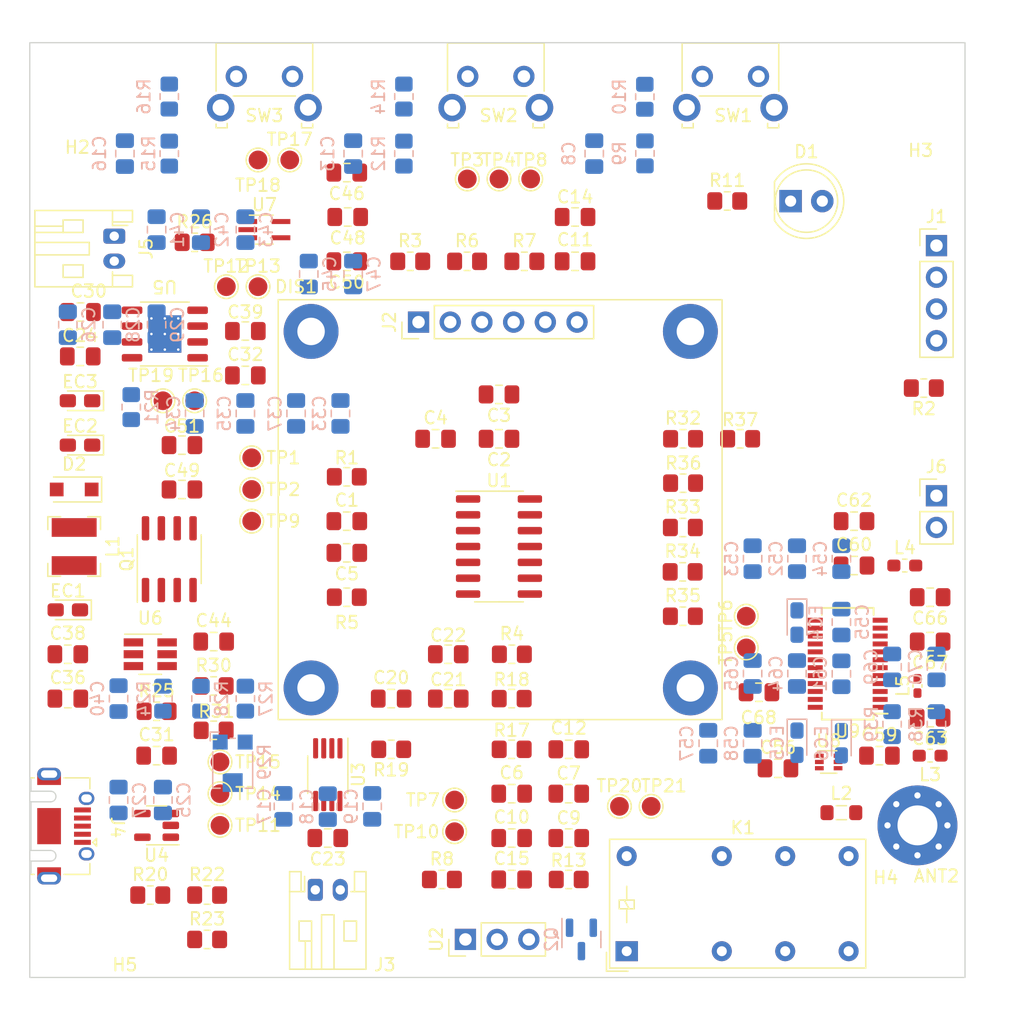
<source format=kicad_pcb>
(kicad_pcb (version 20211014) (generator pcbnew)
  (layers (0 "F.Cu" signal) (1 "In1.Cu" signal) (2 "In2.Cu" signal) (31 "B.Cu" signal) (34 "B.Paste" user) (35 "F.Paste" user) (36 "B.SilkS" user "B.Silkscreen") (37 "F.SilkS" user "F.Silkscreen") (38 "B.Mask" user) (39 "F.Mask" user) (44 "Edge.Cuts" user))
  (net 0 "")
  (net 1 "Net-(ANT2-Pad1)")
  (net 2 "GND")
  (net 3 "+3V3")
  (net 4 "Net-(C8-Pad2)")
  (net 5 "/BLOCK DIAGRAM/MCU, RTC, OLED, PB, LED/~{MCLR}")
  (net 6 "+5V")
  (net 7 "+6V")
  (net 8 "VBUS")
  (net 9 "+BATT")
  (net 10 "/BLOCK DIAGRAM/DCDC PWS/DELAY")
  (net 11 "/BLOCK DIAGRAM/MCU, RTC, OLED, PB, LED/ICSPCLK")
  (net 12 "+3.3V")
  (net 13 "Net-(C15-Pad2)")
  (net 14 "/BLOCK DIAGRAM/MCU, RTC, OLED, PB, LED/ICSPDAT")
  (net 15 "Net-(C20-Pad2)")
  (net 16 "Net-(C21-Pad1)")
  (net 17 "Net-(C22-Pad2)")
  (net 18 "Net-(C44-Pad1)")
  (net 19 "/BLOCK DIAGRAM/RF RECEIVER/AMI")
  (net 20 "/BLOCK DIAGRAM/RF RECEIVER/FMI")
  (net 21 "/BLOCK DIAGRAM/RF RECEIVER/GPO2")
  (net 22 "/BLOCK DIAGRAM/RF RECEIVER/GPO1")
  (net 23 "Net-(D1-Pad1)")
  (net 24 "Net-(D2-Pad2)")
  (net 25 "/BLOCK DIAGRAM/AUDIO AMP/AUDIO_L")
  (net 26 "/BLOCK DIAGRAM/AUDIO AMP/AUDIO_R")
  (net 27 "Net-(J1-Pad4)")
  (net 29 "/BLOCK DIAGRAM/MCU, RTC, OLED, PB, LED/OLED_RST")
  (net 30 "/BLOCK DIAGRAM/MCU, RTC, OLED, PB, LED/I2C_SDA")
  (net 31 "/BLOCK DIAGRAM/MCU, RTC, OLED, PB, LED/I2C_SCL")
  (net 35 "Net-(C59-Pad1)")
  (net 36 "Net-(C59-Pad2)")
  (net 37 "Net-(C60-Pad1)")
  (net 38 "Net-(C60-Pad2)")
  (net 39 "Net-(C68-Pad2)")
  (net 40 "Net-(Q1-Pad4)")
  (net 41 "/BLOCK DIAGRAM/MCU, RTC, OLED, PB, LED/~{FM}{slash}SW_SEL")
  (net 42 "/BLOCK DIAGRAM/MCU, RTC, OLED, PB, LED/BEEP_OUPUT")
  (net 43 "/BLOCK DIAGRAM/MCU, RTC, OLED, PB, LED/SI47_CLK")
  (net 44 "/BLOCK DIAGRAM/MCU, RTC, OLED, PB, LED/IR_INPUT")
  (net 45 "/BLOCK DIAGRAM/MCU, RTC, OLED, PB, LED/LED_IND")
  (net 46 "/BLOCK DIAGRAM/RF RECEIVER/~{RST}")
  (net 47 "/BLOCK DIAGRAM/RF RECEIVER/SCLK")
  (net 48 "/BLOCK DIAGRAM/RF RECEIVER/SDIO")
  (net 49 "/BLOCK DIAGRAM/RF RECEIVER/RCLK")
  (net 50 "/BLOCK DIAGRAM/RF RECEIVER/~{SEN}")
  (net 51 "/BLOCK DIAGRAM/MCU, RTC, OLED, PB, LED/BATT_STAT")
  (net 64 "Net-(R3-Pad1)")
  (net 65 "Net-(C13-Pad2)")
  (net 66 "/BLOCK DIAGRAM/DCDC PWS/PROG")
  (net 67 "Net-(C16-Pad2)")
  (net 68 "/BLOCK DIAGRAM/DCDC PWS/LDO3V3_EN")
  (net 69 "/BLOCK DIAGRAM/MCU, RTC, OLED, PB, LED/PB_1")
  (net 70 "Net-(R21-Pad2)")
  (net 71 "Net-(R19-Pad2)")
  (net 72 "Net-(R25-Pad1)")
  (net 74 "/BLOCK DIAGRAM/AUDIO AMP/SPK+")
  (net 75 "/BLOCK DIAGRAM/AUDIO AMP/SPK-")
  (net 76 "Net-(R24-Pad2)")
  (net 77 "Net-(R27-Pad1)")
  (net 78 "Net-(R28-Pad1)")
  (net 79 "Net-(K1-Pad22)")
  (net 80 "Net-(K1-Pad21)")
  (net 81 "Net-(K1-PadA2)")
  (net 82 "Net-(K1-Pad24)")
  (footprint "Package_TO_SOT_SMD:SOT-23-5" (layer "F.Cu") (at 193.04 168.148 180)
    (fp_text reference "U4" (at 0 -2.4) (layer "F.SilkS"))
    (fp_text value "MCP73831")
    (pad "1" smd roundrect (at -1.1375 -0.95 180) (size 1.325 0.6) (layers "F.Cu" "F.Paste" "F.Mask") (net 51 "/BLOCK DIAGRAM/MCU, RTC, OLED, PB, LED/BATT_STAT"))
    (pad "2" smd roundrect (at -1.1375 0 180) (size 1.325 0.6) (layers "F.Cu" "F.Paste" "F.Mask") (net 2 "GND"))
    (pad "3" smd roundrect (at -1.1375 0.95 180) (size 1.325 0.6) (layers "F.Cu" "F.Paste" "F.Mask") (net 9 "+BATT"))
    (pad "4" smd roundrect (at 1.1375 0.95 180) (size 1.325 0.6) (layers "F.Cu" "F.Paste" "F.Mask") (net 8 "VBUS"))
    (pad "5" smd roundrect (at 1.1375 -0.95 180) (size 1.325 0.6) (layers "F.Cu" "F.Paste" "F.Mask") (net 66 "/BLOCK DIAGRAM/DCDC PWS/PROG"))
  )
  (footprint "MountingHole:MountingHole_3.2mm_M3" (layer "F.Cu") (at 186.69 176.53)
    (fp_text reference "H5" (at 3.81 2.794) (layer "F.SilkS"))
    (fp_text value "MOUNTING_HOLE")
    (pad "" np_thru_hole circle (at 0 0) (size 3.2 3.2) (drill 3.2) (layers *.Cu *.Mask))
  )
  (footprint "Connector_JST:JST_PH_S2B-PH-K_1x02_P2.00mm_Horizontal" (layer "F.Cu") (at 189.648 120.92 -90)
    (fp_text reference "J5" (at 1 -2.55 90) (layer "F.SilkS"))
    (fp_text value "XH_CONN_2POS_R/A")
    (pad "1" thru_hole roundrect (at 0 0 270) (size 1.2 1.75) (drill 0.75) (layers *.Cu *.Mask) (roundrect_rratio 0.208333) (net 9 "+BATT"))
    (pad "2" thru_hole oval (at 2 0 270) (size 1.2 1.75) (drill 0.75) (layers *.Cu *.Mask) (net 2 "GND"))
  )
  (footprint "Capacitor_SMD:C_0805_2012Metric_Pad1.18x1.45mm_HandSolder" (layer "F.Cu") (at 206.756 169.164 180)
    (fp_text reference "C23" (at 0 -1.68) (layer "F.SilkS"))
    (fp_text value "10nF")
    (pad "1" smd roundrect (at -1.0375 0 180) (size 1.175 1.45) (layers "F.Cu" "F.Paste" "F.Mask") (roundrect_rratio 0.212766) (net 2 "GND"))
    (pad "2" smd roundrect (at 1.0375 0 180) (size 1.175 1.45) (layers "F.Cu" "F.Paste" "F.Mask") (roundrect_rratio 0.212766) (net 6 "+5V"))
  )
  (footprint "Capacitor_SMD:C_0805_2012Metric_Pad1.18x1.45mm_HandSolder" (layer "F.Cu") (at 208.28 115.824 180)
    (fp_text reference "C46" (at 0 -1.68) (layer "F.SilkS"))
    (fp_text value "1uF")
    (pad "1" smd roundrect (at -1.0375 0 180) (size 1.175 1.45) (layers "F.Cu" "F.Paste" "F.Mask") (roundrect_rratio 0.212766) (net 2 "GND"))
    (pad "2" smd roundrect (at 1.0375 0 180) (size 1.175 1.45) (layers "F.Cu" "F.Paste" "F.Mask") (roundrect_rratio 0.212766) (net 12 "+3.3V"))
  )
  (footprint "TestPoint:TestPoint_Pad_D1.5mm" (layer "F.Cu") (at 201.168 114.808)
    (fp_text reference "TP18" (at 0 2.032) (layer "F.SilkS"))
    (fp_text value "TPC")
    (pad "1" smd circle (at 0 0) (size 1.5 1.5) (layers "F.Cu" "F.Mask") (net 2 "GND"))
  )
  (footprint "Package_TO_SOT_SMD:SOT-353_SC-70-5_Handsoldering" (layer "F.Cu") (at 201.676 120.396)
    (fp_text reference "U7" (at 0 -2) (layer "F.SilkS"))
    (fp_text value "MIC5365-3.3")
    (pad "1" smd rect (at -1.33 -0.65) (size 1.5 0.4) (layers "F.Cu" "F.Paste" "F.Mask") (net 6 "+5V"))
    (pad "2" smd rect (at -1.33 0) (size 1.5 0.4) (layers "F.Cu" "F.Paste" "F.Mask") (net 2 "GND"))
    (pad "3" smd rect (at -1.33 0.65) (size 1.5 0.4) (layers "F.Cu" "F.Paste" "F.Mask") (net 68 "/BLOCK DIAGRAM/DCDC PWS/LDO3V3_EN"))
    (pad "4" smd rect (at 1.33 0.65) (size 1.5 0.4) (layers "F.Cu" "F.Paste" "F.Mask"))
    (pad "5" smd rect (at 1.33 -0.65) (size 1.5 0.4) (layers "F.Cu" "F.Paste" "F.Mask") (net 12 "+3.3V"))
  )
  (footprint "Capacitor_SMD:C_0805_2012Metric_Pad1.18x1.45mm_HandSolder" (layer "F.Cu") (at 220.472 133.604 180)
    (fp_text reference "C3" (at 0 -1.68) (layer "F.SilkS"))
    (fp_text value "100nF")
    (pad "1" smd roundrect (at -1.0375 0 180) (size 1.175 1.45) (layers "F.Cu" "F.Paste" "F.Mask") (roundrect_rratio 0.212766) (net 2 "GND"))
    (pad "2" smd roundrect (at 1.0375 0 180) (size 1.175 1.45) (layers "F.Cu" "F.Paste" "F.Mask") (roundrect_rratio 0.212766) (net 3 "+3V3"))
  )
  (footprint "TestPoint:TestPoint_Pad_D1.5mm" (layer "F.Cu") (at 203.708 114.808)
    (fp_text reference "TP17" (at 0 -1.648) (layer "F.SilkS"))
    (fp_text value "TPC")
    (pad "1" smd circle (at 0 0) (size 1.5 1.5) (layers "F.Cu" "F.Mask") (net 12 "+3.3V"))
  )
  (footprint "Capacitor_SMD:C_0805_2012Metric_Pad1.18x1.45mm_HandSolder" (layer "F.Cu") (at 255.016 153.416 180)
    (fp_text reference "C67" (at 0 -1.68) (layer "F.SilkS"))
    (fp_text value "6pF")
    (pad "1" smd roundrect (at -1.0375 0 180) (size 1.175 1.45) (layers "F.Cu" "F.Paste" "F.Mask") (roundrect_rratio 0.212766) (net 2 "GND"))
    (pad "2" smd roundrect (at 1.0375 0 180) (size 1.175 1.45) (layers "F.Cu" "F.Paste" "F.Mask") (roundrect_rratio 0.212766) (net 20 "/BLOCK DIAGRAM/RF RECEIVER/FMI"))
  )
  (footprint "_HW_HandyRadio_Footprint:OLED 1.3INCH" (layer "F.Cu") (at 202.787 126.0155)
    (fp_text reference "DIS1" (at 1.429 -1.0475 unlocked) (layer "F.SilkS"))
    (fp_text value "OLED")
    (pad "" thru_hole circle (at 2.63 2.54) (size 4.4 4.4) (drill 2.2) (layers *.Cu *.Mask))
    (pad "" thru_hole circle (at 2.63 31.115) (size 4.4 4.4) (drill 2.2) (layers *.Cu *.Mask))
    (pad "" thru_hole circle (at 33.02 31.115) (size 4.4 4.4) (drill 2.2) (layers *.Cu *.Mask))
    (pad "" thru_hole circle (at 33.02 2.54) (size 4.4 4.4) (drill 2.2) (layers *.Cu *.Mask))
  )
  (footprint "_HW_HandyRadio_Footprint:Infineon_PG-DSO-8-27_3.9x4.9mm_EP2.65x3mm_ThermalVias" (layer "F.Cu") (at 196.985 131.777 180)
    (fp_text reference "U5" (at 3.285 6.809 180 unlocked) (layer "F.SilkS"))
    (fp_text value "AP7361EA")
    (pad "1" smd roundrect (at 0.66 1.11 180) (size 1.65 0.6) (layers "F.Cu" "F.Paste" "F.Mask") (net 6 "+5V"))
    (pad "2" smd roundrect (at 0.66 2.38 180) (size 1.65 0.6) (layers "F.Cu" "F.Paste" "F.Mask") (net 70 "Net-(R21-Pad2)"))
    (pad "3" smd roundrect (at 0.66 3.65 180) (size 1.65 0.6) (layers "F.Cu" "F.Paste" "F.Mask"))
    (pad "4" smd roundrect (at 0.66 4.92 180) (size 1.65 0.6) (layers "F.Cu" "F.Paste" "F.Mask") (net 2 "GND"))
    (pad "5" smd roundrect (at 5.91 4.92 180) (size 1.65 0.6) (layers "F.Cu" "F.Paste" "F.Mask"))
    (pad "6" smd roundrect (at 5.91 3.65 180) (size 1.65 0.6) (layers "F.Cu" "F.Paste" "F.Mask"))
    (pad "7" smd roundrect (at 5.91 2.38 180) (size 1.65 0.6) (layers "F.Cu" "F.Paste" "F.Mask"))
    (pad "8" smd roundrect (at 5.91 1.11 180) (size 1.65 0.6) (layers "F.Cu" "F.Paste" "F.Mask") (net 7 "+6V"))
    (pad "9" thru_hole circle (at 2.21 4.265 180) (size 0.5 0.5) (drill 0.2) (layers *.Cu) (net 2 "GND"))
    (pad "9" thru_hole circle (at 4.36 4.265 180) (size 0.5 0.5) (drill 0.2) (layers *.Cu) (net 2 "GND"))
    (pad "9" smd rect (at 3.285 3.015 180) (size 2.65 3) (layers "F.Cu" "F.Mask") (net 2 "GND"))
    (pad "9" thru_hole circle (at 3.285 1.765 180) (size 0.5 0.5) (drill 0.2) (layers *.Cu) (net 2 "GND"))
    (pad "9" thru_hole circle (at 4.36 3.015 180) (size 0.5 0.5) (drill 0.2) (layers *.Cu) (net 2 "GND"))
    (pad "9" thru_hole circle (at 4.36 1.765 180) (size 0.5 0.5) (drill 0.2) (layers *.Cu) (net 2 "GND"))
    (pad "9" thru_hole circle (at 3.285 3.015 180) (size 0.5 0.5) (drill 0.2) (layers *.Cu) (net 2 "GND"))
    (pad "9" smd rect (at 3.285 3.015 180) (size 2.65 3) (layers "B.Cu") (net 2 "GND"))
    (pad "9" thru_hole circle (at 2.21 3.015 180) (size 0.5 0.5) (drill 0.2) (layers *.Cu) (net 2 "GND"))
    (pad "9" thru_hole circle (at 2.21 1.765 180) (size 0.5 0.5) (drill 0.2) (layers *.Cu) (net 2 "GND"))
    (pad "9" thru_hole circle (at 3.285 4.265 180) (size 0.5 0.5) (drill 0.2) (layers *.Cu) (net 2 "GND"))
  )
  (footprint "Capacitor_SMD:C_0805_2012Metric_Pad1.18x1.45mm_HandSolder" (layer "F.Cu") (at 216.408 154.432 180)
    (fp_text reference "C22" (at 0 1.524) (layer "F.SilkS"))
    (fp_text value "100nF")
    (pad "1" smd roundrect (at -1.0375 0 180) (size 1.175 1.45) (layers "F.Cu" "F.Paste" "F.Mask") (roundrect_rratio 0.212766) (net 2 "GND"))
    (pad "2" smd roundrect (at 1.0375 0 180) (size 1.175 1.45) (layers "F.Cu" "F.Paste" "F.Mask") (roundrect_rratio 0.212766) (net 17 "Net-(C22-Pad2)"))
  )
  (footprint "Package_SO:SSOP-24_3.9x8.7mm_P0.635mm" (layer "F.Cu") (at 248.412 155.194 180)
    (fp_text reference "U9" (at 0 -5.4) (layer "F.SilkS"))
    (fp_text value "SI4735-D60-GU")
    (pad "1" smd rect (at -2.6 -3.4925 180) (size 1.2 0.4) (layers "F.Cu" "F.Paste" "F.Mask"))
    (pad "2" smd rect (at -2.6 -2.8575 180) (size 1.2 0.4) (layers "F.Cu" "F.Paste" "F.Mask"))
    (pad "3" smd rect (at -2.6 -2.2225 180) (size 1.2 0.4) (layers "F.Cu" "F.Paste" "F.Mask"))
    (pad "4" smd rect (at -2.6 -1.5875 180) (size 1.2 0.4) (layers "F.Cu" "F.Paste" "F.Mask") (net 21 "/BLOCK DIAGRAM/RF RECEIVER/GPO2"))
    (pad "5" smd rect (at -2.6 -0.9525 180) (size 1.2 0.4) (layers "F.Cu" "F.Paste" "F.Mask") (net 22 "/BLOCK DIAGRAM/RF RECEIVER/GPO1"))
    (pad "6" smd rect (at -2.6 -0.3175 180) (size 1.2 0.4) (layers "F.Cu" "F.Paste" "F.Mask"))
    (pad "7" smd rect (at -2.6 0.3175 180) (size 1.2 0.4) (layers "F.Cu" "F.Paste" "F.Mask"))
    (pad "8" smd rect (at -2.6 0.9525 180) (size 1.2 0.4) (layers "F.Cu" "F.Paste" "F.Mask") (net 20 "/BLOCK DIAGRAM/RF RECEIVER/FMI"))
    (pad "9" smd rect (at -2.6 1.5875 180) (size 1.2 0.4) (layers "F.Cu" "F.Paste" "F.Mask") (net 2 "GND"))
    (pad "10" smd rect (at -2.6 2.2225 180) (size 1.2 0.4) (layers "F.Cu" "F.Paste" "F.Mask"))
    (pad "11" smd rect (at -2.6 2.8575 180) (size 1.2 0.4) (layers "F.Cu" "F.Paste" "F.Mask"))
    (pad "12" smd rect (at -2.6 3.4925 180) (size 1.2 0.4) (layers "F.Cu" "F.Paste" "F.Mask") (net 19 "/BLOCK DIAGRAM/RF RECEIVER/AMI"))
    (pad "13" smd rect (at 2.6 3.4925 180) (size 1.2 0.4) (layers "F.Cu" "F.Paste" "F.Mask") (net 2 "GND"))
    (pad "14" smd rect (at 2.6 2.8575 180) (size 1.2 0.4) (layers "F.Cu" "F.Paste" "F.Mask") (net 2 "GND"))
    (pad "15" smd rect (at 2.6 2.2225 180) (size 1.2 0.4) (layers "F.Cu" "F.Paste" "F.Mask") (net 46 "/BLOCK DIAGRAM/RF RECEIVER/~{RST}"))
    (pad "16" smd rect (at 2.6 1.5875 180) (size 1.2 0.4) (layers "F.Cu" "F.Paste" "F.Mask") (net 50 "/BLOCK DIAGRAM/RF RECEIVER/~{SEN}"))
    (pad "17" smd rect (at 2.6 0.9525 180) (size 1.2 0.4) (layers "F.Cu" "F.Paste" "F.Mask") (net 47 "/BLOCK DIAGRAM/RF RECEIVER/SCLK"))
    (pad "18" smd rect (at 2.6 0.3175 180) (size 1.2 0.4) (layers "F.Cu" "F.Paste" "F.Mask") (net 48 "/BLOCK DIAGRAM/RF RECEIVER/SDIO"))
    (pad "19" smd rect (at 2.6 -0.3175 180) (size 1.2 0.4) (layers "F.Cu" "F.Paste" "F.Mask") (net 49 "/BLOCK DIAGRAM/RF RECEIVER/RCLK"))
    (pad "20" smd rect (at 2.6 -0.9525 180) (size 1.2 0.4) (layers "F.Cu" "F.Paste" "F.Mask") (net 3 "+3V3"))
    (pad "21" smd rect (at 2.6 -1.5875 180) (size 1.2 0.4) (layers "F.Cu" "F.Paste" "F.Mask") (net 6 "+5V"))
    (pad "22" smd rect (at 2.6 -2.2225 180) (size 1.2 0.4) (layers "F.Cu" "F.Paste" "F.Mask") (net 39 "Net-(C68-Pad2)"))
    (pad "23" smd rect (at 2.6 -2.8575 180) (size 1.2 0.4) (layers "F.Cu" "F.Paste" "F.Mask") (net 26 "/BLOCK DIAGRAM/AUDIO AMP/AUDIO_R"))
    (pad "24" smd rect (at 2.6 -3.4925 180) (size 1.2 0.4) (layers "F.Cu" "F.Paste" "F.Mask") (net 25 "/BLOCK DIAGRAM/AUDIO AMP/AUDIO_L"))
  )
  (footprint "Capacitor_SMD:C_0805_2012Metric_Pad1.18x1.45mm_HandSolder" (layer "F.Cu") (at 221.488 165.608)
    (fp_text reference "C6" (at 0 -1.68) (layer "F.SilkS"))
    (fp_text value "10uF")
    (pad "1" smd roundrect (at -1.0375 0) (size 1.175 1.45) (layers "F.Cu" "F.Paste" "F.Mask") (roundrect_rratio 0.212766) (net 2 "GND"))
    (pad "2" smd roundrect (at 1.0375 0) (size 1.175 1.45) (layers "F.Cu" "F.Paste" "F.Mask") (roundrect_rratio 0.212766) (net 3 "+3V3"))
  )
  (footprint "TestPoint:TestPoint_Pad_D1.5mm" (layer "F.Cu") (at 216.916 168.656)
    (fp_text reference "TP10" (at -3.048 0) (layer "F.SilkS"))
    (fp_text value "TPC")
    (pad "1" smd circle (at 0 0) (size 1.5 1.5) (layers "F.Cu" "F.Mask") (net 44 "/BLOCK DIAGRAM/MCU, RTC, OLED, PB, LED/IR_INPUT"))
  )
  (footprint "Capacitor_SMD:C_0805_2012Metric_Pad1.18x1.45mm_HandSolder" (layer "F.Cu") (at 211.836 157.988)
    (fp_text reference "C20" (at 0 -1.68) (layer "F.SilkS"))
    (fp_text value "100nF")
    (pad "1" smd roundrect (at -1.0375 0) (size 1.175 1.45) (layers "F.Cu" "F.Paste" "F.Mask") (roundrect_rratio 0.212766) (net 42 "/BLOCK DIAGRAM/MCU, RTC, OLED, PB, LED/BEEP_OUPUT"))
    (pad "2" smd roundrect (at 1.0375 0) (size 1.175 1.45) (layers "F.Cu" "F.Paste" "F.Mask") (roundrect_rratio 0.212766) (net 15 "Net-(C20-Pad2)"))
  )
  (footprint "Capacitor_SMD:C_0805_2012Metric_Pad1.18x1.45mm_HandSolder" (layer "F.Cu") (at 220.472 137.16 180)
    (fp_text reference "C2" (at 0 -1.68) (layer "F.SilkS"))
    (fp_text value "4u7F")
    (pad "1" smd roundrect (at -1.0375 0 180) (size 1.175 1.45) (layers "F.Cu" "F.Paste" "F.Mask") (roundrect_rratio 0.212766) (net 2 "GND"))
    (pad "2" smd roundrect (at 1.0375 0 180) (size 1.175 1.45) (layers "F.Cu" "F.Paste" "F.Mask") (roundrect_rratio 0.212766) (net 3 "+3V3"))
  )
  (footprint "TestPoint:TestPoint_Pad_D1.5mm" (layer "F.Cu") (at 240.284 151.384 90)
    (fp_text reference "TP6" (at 0 -1.648 90) (layer "F.SilkS"))
    (fp_text value "TPC")
    (pad "1" smd circle (at 0 0 90) (size 1.5 1.5) (layers "F.Cu" "F.Mask") (net 2 "GND"))
  )
  (footprint "Resistor_SMD:R_0805_2012Metric_Pad1.20x1.40mm_HandSolder" (layer "F.Cu") (at 193.04 159.004)
    (fp_text reference "R25" (at 0 -1.65) (layer "F.SilkS"))
    (fp_text value "30KR")
    (pad "1" smd roundrect (at -1 0) (size 1.2 1.4) (layers "F.Cu" "F.Paste" "F.Mask") (roundrect_rratio 0.208333) (net 72 "Net-(R25-Pad1)"))
    (pad "2" smd roundrect (at 1 0) (size 1.2 1.4) (layers "F.Cu" "F.Paste" "F.Mask") (roundrect_rratio 0.208333) (net 18 "Net-(C44-Pad1)"))
  )
  (footprint "Capacitor_SMD:C_0805_2012Metric_Pad1.18x1.45mm_HandSolder" (layer "F.Cu") (at 200.152 132.08)
    (fp_text reference "C32" (at 0 -1.68) (layer "F.SilkS"))
    (fp_text value "1uF")
    (pad "1" smd roundrect (at -1.0375 0) (size 1.175 1.45) (layers "F.Cu" "F.Paste" "F.Mask") (roundrect_rratio 0.212766) (net 6 "+5V"))
    (pad "2" smd roundrect (at 1.0375 0) (size 1.175 1.45) (layers "F.Cu" "F.Paste" "F.Mask") (roundrect_rratio 0.212766) (net 2 "GND"))
  )
  (footprint "Resistor_SMD:R_0805_2012Metric_Pad1.20x1.40mm_HandSolder" (layer "F.Cu") (at 254.508 133.096 180)
    (fp_text reference "R2" (at 0 -1.65) (layer "F.SilkS"))
    (fp_text value "1KR")
    (pad "1" smd roundrect (at -1 0 180) (size 1.2 1.4) (layers "F.Cu" "F.Paste" "F.Mask") (roundrect_rratio 0.208333) (net 27 "Net-(J1-Pad4)"))
    (pad "2" smd roundrect (at 1 0 180) (size 1.2 1.4) (layers "F.Cu" "F.Paste" "F.Mask") (roundrect_rratio 0.208333) (net 3 "+3V3"))
  )
  (footprint "MountingHole:MountingHole_3.2mm_M3" (layer "F.Cu") (at 254 176.53)
    (fp_text reference "H4" (at -2.54 -4.2) (layer "F.SilkS"))
    (fp_text value "MOUNTING_HOLE")
    (pad "" np_thru_hole circle (at 0 0) (size 3.2 3.2) (drill 3.2) (layers *.Cu *.Mask))
  )
  (footprint "Capacitor_SMD:C_0805_2012Metric_Pad1.18x1.45mm_HandSolder" (layer "F.Cu") (at 226.06 169.164 180)
    (fp_text reference "C9" (at 0 1.615399) (layer "F.SilkS"))
    (fp_text value "10uF")
    (pad "1" smd roundrect (at -1.0375 0 180) (size 1.175 1.45) (layers "F.Cu" "F.Paste" "F.Mask") (roundrect_rratio 0.212766) (net 2 "GND"))
    (pad "2" smd roundrect (at 1.0375 0 180) (size 1.175 1.45) (layers "F.Cu" "F.Paste" "F.Mask") (roundrect_rratio 0.212766) (net 3 "+3V3"))
  )
  (footprint "Resistor_SMD:R_0805_2012Metric_Pad1.20x1.40mm_HandSolder" (layer "F.Cu") (at 235.204 144.272)
    (fp_text reference "R33" (at 0 -1.65) (layer "F.SilkS"))
    (fp_text value "2KR")
    (pad "1" smd roundrect (at -1 0) (size 1.2 1.4) (layers "F.Cu" "F.Paste" "F.Mask") (roundrect_rratio 0.208333) (net 31 "/BLOCK DIAGRAM/MCU, RTC, OLED, PB, LED/I2C_SCL"))
    (pad "2" smd roundrect (at 1 0) (size 1.2 1.4) (layers "F.Cu" "F.Paste" "F.Mask") (roundrect_rratio 0.208333) (net 47 "/BLOCK DIAGRAM/RF RECEIVER/SCLK"))
  )
  (footprint "Capacitor_SMD:C_0805_2012Metric_Pad1.18x1.45mm_HandSolder" (layer "F.Cu") (at 208.28 122.936 180)
    (fp_text reference "C50" (at 0 -1.68) (layer "F.SilkS"))
    (fp_text value "100nF")
    (pad "1" smd roundrect (at -1.0375 0 180) (size 1.175 1.45) (layers "F.Cu" "F.Paste" "F.Mask") (roundrect_rratio 0.212766) (net 2 "GND"))
    (pad "2" smd roundrect (at 1.0375 0 180) (size 1.175 1.45) (layers "F.Cu" "F.Paste" "F.Mask") (roundrect_rratio 0.212766) (net 12 "+3.3V"))
  )
  (footprint "Resistor_SMD:R_0805_2012Metric_Pad1.20x1.40mm_HandSolder" (layer "F.Cu") (at 221.504 154.432)
    (fp_text reference "R4" (at 0 -1.65) (layer "F.SilkS"))
    (fp_text value "47R")
    (pad "1" smd roundrect (at -1 0) (size 1.2 1.4) (layers "F.Cu" "F.Paste" "F.Mask") (roundrect_rratio 0.208333) (net 43 "/BLOCK DIAGRAM/MCU, RTC, OLED, PB, LED/SI47_CLK"))
    (pad "2" smd roundrect (at 1 0) (size 1.2 1.4) (layers "F.Cu" "F.Paste" "F.Mask") (roundrect_rratio 0.208333) (net 43 "/BLOCK DIAGRAM/MCU, RTC, OLED, PB, LED/SI47_CLK"))
  )
  (footprint "Inductor_SMD:L_0603_1608Metric_Pad1.05x0.95mm_HandSolder" (layer "F.Cu") (at 252.984 147.32)
    (fp_text reference "L4" (at 0 -1.43) (layer "F.SilkS"))
    (fp_text value "10nH")
    (pad "1" smd roundrect (at -0.875 0) (size 1.05 0.95) (layers "F.Cu" "F.Paste" "F.Mask") (net 38 "Net-(C60-Pad2)"))
    (pad "2" smd roundrect (at 0.875 0) (size 1.05 0.95) (layers "F.Cu" "F.Paste" "F.Mask") (net 19 "/BLOCK DIAGRAM/RF RECEIVER/AMI"))
  )
  (footprint "_HW_HandyRadio_Footprint:SW_Tact_SKHH_Angled" (layer "F.Cu") (at 201.906 109.823)
    (fp_text reference "SW3" (at -0.23 1.429 unlocked) (layer "F.SilkS"))
    (fp_text value "SPST_NO_RA")
    (pad "" thru_hole circle (at -3.73 0.79 180) (size 2.2 2.2) (drill 1.3) (layers *.Cu *.Mask))
    (pad "" thru_hole circle (at 3.27 0.79 180) (size 2.2 2.2) (drill 1.3) (layers *.Cu *.Mask))
    (pad "1" thru_hole circle (at -2.48 -1.71 180) (size 1.7 1.7) (drill 1) (layers *.Cu *.Mask) (net 67 "Net-(C16-Pad2)"))
    (pad "2" thru_hole circle (at 2.02 -1.71 180) (size 1.7 1.7) (drill 1) (layers *.Cu *.Mask) (net 2 "GND"))
  )
  (footprint "Capacitor_SMD:C_0805_2012Metric_Pad1.18x1.45mm_HandSolder" (layer "F.Cu") (at 242.824 163.576)
    (fp_text reference "C56" (at 0 -1.68) (layer "F.SilkS"))
    (fp_text value "33pF")
    (pad "1" smd roundrect (at -1.0375 0) (size 1.175 1.45) (layers "F.Cu" "F.Paste" "F.Mask") (roundrect_rratio 0.212766) (net 79 "Net-(K1-Pad22)"))
    (pad "2" smd roundrect (at 1.0375 0) (size 1.175 1.45) (layers "F.Cu" "F.Paste" "F.Mask") (roundrect_rratio 0.212766) (net 80 "Net-(K1-Pad21)"))
  )
  (footprint "MountingHole:MountingHole_3.2mm_M3" (layer "F.Cu") (at 186.69 109.22)
    (fp_text reference "H2" (at 0 4.572) (layer "F.SilkS"))
    (fp_text value "MOUNTING_HOLE")
    (pad "" np_thru_hole circle (at 0 0) (size 3.2 3.2) (drill 3.2) (layers *.Cu *.Mask))
  )
  (footprint "Package_TO_SOT_SMD:SOT-563" (layer "F.Cu") (at 246.888 163.068)
    (fp_text reference "U8" (at 0 -1.7) (layer "F.SilkS"))
    (fp_text value "EGUARD0502A")
    (pad "1" smd rect (at -0.75 -0.5) (size 0.7 0.34) (layers "F.Cu" "F.Paste" "F.Mask") (net 1 "Net-(ANT2-Pad1)"))
    (pad "2" smd rect (at -0.75 0) (size 0.7 0.34) (layers "F.Cu" "F.Paste" "F.Mask") (net 2 "GND"))
    (pad "3" smd rect (at -0.75 0.5) (size 0.7 0.34) (layers "F.Cu" "F.Paste" "F.Mask") (net 80 "Net-(K1-Pad21)"))
    (pad "4" smd rect (at 0.75 0.5) (size 0.7 0.34) (layers "F.Cu" "F.Paste" "F.Mask") (net 37 "Net-(C60-Pad1)"))
    (pad "5" smd rect (at 0.75 0) (size 0.7 0.34) (layers "F.Cu" "F.Paste" "F.Mask") (net 2 "GND"))
    (pad "6" smd rect (at 0.75 -0.5) (size 0.7 0.34) (layers "F.Cu" "F.Paste" "F.Mask") (net 35 "Net-(C59-Pad1)"))
  )
  (footprint "TestPoint:TestPoint_Pad_D1.5mm" (layer "F.Cu") (at 217.932 116.332)
    (fp_text reference "TP3" (at 0 -1.524) (layer "F.SilkS"))
    (fp_text value "TPC")
    (pad "1" smd circle (at 0 0) (size 1.5 1.5) (layers "F.Cu" "F.Mask") (net 31 "/BLOCK DIAGRAM/MCU, RTC, OLED, PB, LED/I2C_SCL"))
  )
  (footprint "Resistor_SMD:R_0805_2012Metric_Pad1.20x1.40mm_HandSolder" (layer "F.Cu") (at 235.22 137.16)
    (fp_text reference "R32" (at 0 -1.65) (layer "F.SilkS"))
    (fp_text value "10KR")
    (pad "1" smd roundrect (at -1 0) (size 1.2 1.4) (layers "F.Cu" "F.Paste" "F.Mask") (roundrect_rratio 0.208333) (net 2 "GND"))
    (pad "2" smd roundrect (at 1 0) (size 1.2 1.4) (layers "F.Cu" "F.Paste" "F.Mask") (roundrect_rratio 0.208333) (net 46 "/BLOCK DIAGRAM/RF RECEIVER/~{RST}"))
  )
  (footprint "Resistor_SMD:R_0805_2012Metric_Pad1.20x1.40mm_HandSolder" (layer "F.Cu") (at 217.916 122.936)
    (fp_text reference "R6" (at 0 -1.65) (layer "F.SilkS"))
    (fp_text value "10KR")
    (pad "1" smd roundrect (at -1 0) (size 1.2 1.4) (layers "F.Cu" "F.Paste" "F.Mask") (roundrect_rratio 0.208333) (net 30 "/BLOCK DIAGRAM/MCU, RTC, OLED, PB, LED/I2C_SDA"))
    (pad "2" smd roundrect (at 1 0) (size 1.2 1.4) (layers "F.Cu" "F.Paste" "F.Mask") (roundrect_rratio 0.208333) (net 3 "+3V3"))
  )
  (footprint "Capacitor_SMD:C_0805_2012Metric_Pad1.18x1.45mm_HandSolder" (layer "F.Cu") (at 197.612 153.416)
    (fp_text reference "C44" (at 0 -1.68) (layer "F.SilkS"))
    (fp_text value "680pF")
    (pad "1" smd roundrect (at -1.0375 0) (size 1.175 1.45) (layers "F.Cu" "F.Paste" "F.Mask") (roundrect_rratio 0.212766) (net 18 "Net-(C44-Pad1)"))
    (pad "2" smd roundrect (at 1.0375 0) (size 1.175 1.45) (layers "F.Cu" "F.Paste" "F.Mask") (roundrect_rratio 0.212766) (net 7 "+6V"))
  )
  (footprint "Resistor_SMD:R_0805_2012Metric_Pad1.20x1.40mm_HandSolder" (layer "F.Cu") (at 222.504 122.936)
    (fp_text reference "R7" (at 0 -1.65) (layer "F.SilkS"))
    (fp_text value "10KR")
    (pad "1" smd roundrect (at -1 0) (size 1.2 1.4) (layers "F.Cu" "F.Paste" "F.Mask") (roundrect_rratio 0.208333) (net 31 "/BLOCK DIAGRAM/MCU, RTC, OLED, PB, LED/I2C_SCL"))
    (pad "2" smd roundrect (at 1 0) (size 1.2 1.4) (layers "F.Cu" "F.Paste" "F.Mask") (roundrect_rratio 0.208333) (net 3 "+3V3"))
  )
  (footprint "Capacitor_SMD:C_0805_2012Metric_Pad1.18x1.45mm_HandSolder" (layer "F.Cu") (at 186.9225 130.556 180)
    (fp_text reference "C24" (at 0 1.674561) (layer "F.SilkS"))
    (fp_text value "1uF")
    (pad "1" smd roundrect (at -1.0375 0 180) (size 1.175 1.45) (layers "F.Cu" "F.Paste" "F.Mask") (roundrect_rratio 0.212766) (net 7 "+6V"))
    (pad "2" smd roundrect (at 1.0375 0 180) (size 1.175 1.45) (layers "F.Cu" "F.Paste" "F.Mask") (roundrect_rratio 0.212766) (net 2 "GND"))
  )
  (footprint "Package_SO:MSOP-8_3x3mm_P0.65mm" (layer "F.Cu") (at 206.756 164.084 -90)
    (fp_text reference "U3" (at 0 -2.45 90) (layer "F.SilkS"))
    (fp_text value "PAM8302AASCR")
    (pad "1" smd roundrect (at -2.1125 -0.975 270) (size 1.625 0.4) (layers "F.Cu" "F.Paste" "F.Mask") (net 71 "Net-(R19-Pad2)"))
    (pad "2" smd roundrect (at -2.1125 -0.325 270) (size 1.625 0.4) (layers "F.Cu" "F.Paste" "F.Mask"))
    (pad "3" smd roundrect (at -2.1125 0.325 270) (size 1.625 0.4) (layers "F.Cu" "F.Paste" "F.Mask") (net 15 "Net-(C20-Pad2)"))
    (pad "4" smd roundrect (at -2.1125 0.975 270) (size 1.625 0.4) (layers "F.Cu" "F.Paste" "F.Mask") (net 17 "Net-(C22-Pad2)"))
    (pad "5" smd roundrect (at 2.1125 0.975 270) (size 1.625 0.4) (layers "F.Cu" "F.Paste" "F.Mask") (net 74 "/BLOCK DIAGRAM/AUDIO AMP/SPK+"))
    (pad "6" smd roundrect (at 2.1125 0.325 270) (size 1.625 0.4) (layers "F.Cu" "F.Paste" "F.Mask") (net 6 "+5V"))
    (pad "7" smd roundrect (at 2.1125 -0.325 270) (size 1.625 0.4) (layers "F.Cu" "F.Paste" "F.Mask") (net 2 "GND"))
    (pad "8" smd roundrect (at 2.1125 -0.975 270) (size 1.625 0.4) (layers "F.Cu" "F.Paste" "F.Mask") (net 75 "/BLOCK DIAGRAM/AUDIO AMP/SPK-"))
  )
  (footprint "TestPoint:TestPoint_Pad_D1.5mm" (layer "F.Cu") (at 200.66 138.684)
    (fp_text reference "TP1" (at 2.54 0) (layer "F.SilkS"))
    (fp_text value "TPC")
    (pad "1" smd circle (at 0 0) (size 1.5 1.5) (layers "F.Cu" "F.Mask") (net 5 "/BLOCK DIAGRAM/MCU, RTC, OLED, PB, LED/~{MCLR}"))
  )
  (footprint "Capacitor_Tantalum_SMD:CP_EIA-2012-12_Kemet-R_Pad1.30x1.05mm_HandSolder" (layer "F.Cu") (at 185.928 150.876 180)
    (fp_text reference "EC1" (at 0 1.524) (layer "F.SilkS"))
    (fp_text value "4u7F/6.3V")
    (pad "1" smd roundrect (at -0.975 0 180) (size 1.3 1.05) (layers "F.Cu" "F.Paste" "F.Mask") (roundrect_rratio 0.238095) (net 9 "+BATT"))
    (pad "2" smd roundrect (at 0.975 0 180) (size 1.3 1.05) (layers "F.Cu" "F.Paste" "F.Mask") (roundrect_rratio 0.238095) (net 2 "GND"))
  )
  (footprint "MountingHole:MountingHole_3.2mm_M3_Pad_Via" (layer "F.Cu") (at 254 168.148)
    (fp_text reference "ANT2" (at 1.524 4.064) (layer "F.SilkS"))
    (fp_text value "WHIP_ANT")
    (pad "1" thru_hole circle (at 0 0) (size 6.4 6.4) (drill 3.2) (layers *.Cu *.Mask) (net 1 "Net-(ANT2-Pad1)"))
    (pad "1" thru_hole circle (at 0 -2.4) (size 0.8 0.8) (drill 0.5) (layers *.Cu *.Mask) (net 1 "Net-(ANT2-Pad1)"))
    (pad "1" thru_hole circle (at 0 2.4) (size 0.8 0.8) (drill 0.5) (layers *.Cu *.Mask) (net 1 "Net-(ANT2-Pad1)"))
    (pad "1" thru_hole circle (at 1.697056 1.697056) (size 0.8 0.8) (drill 0.5) (layers *.Cu *.Mask) (net 1 "Net-(ANT2-Pad1)"))
    (pad "1" thru_hole circle (at 1.697056 -1.697056) (size 0.8 0.8) (drill 0.5) (layers *.Cu *.Mask) (net 1 "Net-(ANT2-Pad1)"))
    (pad "1" thru_hole circle (at -1.697056 -1.697056) (size 0.8 0.8) (drill 0.5) (layers *.Cu *.Mask) (net 1 "Net-(ANT2-Pad1)"))
    (pad "1" thru_hole circle (at -1.697056 1.697056) (size 0.8 0.8) (drill 0.5) (layers *.Cu *.Mask) (net 1 "Net-(ANT2-Pad1)"))
    (pad "1" thru_hole circle (at 2.4 0) (size 0.8 0.8) (drill 0.5) (layers *.Cu *.Mask) (net 1 "Net-(ANT2-Pad1)"))
    (pad "1" thru_hole circle (at -2.4 0) (size 0.8 0.8) (drill 0.5) (layers *.Cu *.Mask) (net 1 "Net-(ANT2-Pad1)"))
  )
  (footprint "TestPoint:TestPoint_Pad_D1.5mm" (layer "F.Cu") (at 201.168 124.968)
    (fp_text reference "TP13" (at 0 -1.648) (layer "F.SilkS"))
    (fp_text value "TPC")
    (pad "1" smd circle (at 0 0) (size 1.5 1.5) (layers "F.Cu" "F.Mask") (net 2 "GND"))
  )
  (footprint "Inductor_SMD:L_0402_1005Metric_Pad0.77x0.64mm_HandSolder" (layer "F.Cu") (at 254 156.972 90)
    (fp_text reference "L5" (at 0 -1.17 90) (layer "F.SilkS"))
    (fp_text value "BLM15GA750SN1D")
    (pad "1" smd roundrect (at -0.5725 0 90) (size 0.765 0.64) (layers "F.Cu" "F.Paste" "F.Mask") (net 36 "Net-(C59-Pad2)"))
    (pad "2" smd roundrect (at 0.5725 0 90) (size 0.765 0.64) (layers "F.Cu" "F.Paste" "F.Mask") (net 20 "/BLOCK DIAGRAM/RF RECEIVER/FMI"))
  )
  (footprint "TestPoint:TestPoint_Pad_D1.5mm" (layer "F.Cu") (at 193.548 134.112)
    (fp_text reference "TP19" (at -0.95 -2.032) (layer "F.SilkS"))
    (fp_text value "TPC")
    (pad "1" smd circle (at 0 0) (size 1.5 1.5) (layers "F.Cu" "F.Mask") (net 7 "+6V"))
  )
  (footprint "_HW_HandyRadio_Footprint:USB_Micro-AB_Molex_47590-0001" (layer "F.Cu") (at 188.236 163.1305 -90)
    (fp_text reference "J4" (at 5.18 -1.66 -90 unlocked) (layer "F.SilkS"))
    (fp_text value "USB_uAB_RECEP")
    (fp_line (start 2.28 3.685) (end 2.28 5.26) (layer "Edge.Cuts") (width 0.1))
    (fp_line (start 3.13 5.26) (end 7.03 5.26) (layer "Edge.Cuts") (width 0.1))
    (fp_line (start 3.13 3.685) (end 3.13 5.26) (layer "Edge.Cuts") (width 0.1))
    (fp_line (start 7.03 3.685) (end 7.03 5.26) (layer "Edge.Cuts") (width 0.1))
    (fp_line (start 7.88 3.685) (end 7.88 5.26) (layer "Edge.Cuts") (width 0.1))
    (fp_line (start 1.33 5.26) (end 2.28 5.26) (layer "Edge.Cuts") (width 0.1))
    (fp_line (start 7.88 5.26) (end 8.83 5.26) (layer "Edge.Cuts") (width 0.1))
    (fp_arc (start 2.28 3.685) (mid 2.705 3.26) (end 3.13 3.685) (layer "Edge.Cuts") (width 0.1))
    (fp_arc (start 7.03 3.685) (mid 7.455 3.26) (end 7.88 3.685) (layer "Edge.Cuts") (width 0.1))
    (pad "1" smd rect (at 6.38 1.135 270) (size 0.4 1.35) (layers "F.Cu" "F.Paste" "F.Mask") (net 2 "GND"))
    (pad "2" smd rect (at 5.73 1.135 270) (size 0.4 1.35) (layers "F.Cu" "F.Paste" "F.Mask"))
    (pad "3" smd rect (at 5.08 1.135 270) (size 0.4 1.35) (layers "F.Cu" "F.Paste" "F.Mask"))
    (pad "4" smd rect (at 4.43 1.135 270) (size 0.4 1.35) (layers "F.Cu" "F.Paste" "F.Mask"))
    (pad "5" smd rect (at 3.78 1.135 270) (size 0.4 1.35) (layers "F.Cu" "F.Paste" "F.Mask") (net 8 "VBUS"))
    (pad "6" thru_hole oval (at 7.305 0.81 270) (size 1.05 1.25) (drill oval 0.65 0.85) (layers *.Cu *.Mask) (net 2 "GND"))
    (pad "6" thru_hole oval (at 0.905 3.81 270) (size 1 1.9) (drill oval 0.6 1.3) (layers *.Cu *.Mask) (net 2 "GND"))
    (pad "6" thru_hole oval (at 2.855 0.81 270) (size 1.05 1.25) (drill oval 0.65 0.85) (layers *.Cu *.Mask) (net 2 "GND"))
    (pad "6" smd rect (at 5.08 3.81 270) (size 2.9 1.9) (layers "F.Cu" "F.Paste" "F.Mask") (net 2 "GND"))
    (pad "6" smd rect (at 1.3425 3.81 270) (size 0.875 1.9) (layers "F.Cu" "F.Mask") (net 2 "GND"))
    (pad "6" thru_hole oval (at 9.255 3.81 270) (size 1 1.9) (drill oval 0.6 1.3) (layers *.Cu *.Mask) (net 2 "GND"))
    (pad "6" smd rect (at 8.8175 3.81 270) (size 0.875 1.9) (layers "F.Cu" "F.Mask") (net 2 "GND"))
  )
  (footprint "Capacitor_SMD:C_0805_2012Metric_Pad1.18x1.45mm_HandSolder" (layer "F.Cu") (at 226.06 165.608 180)
    (fp_text reference "C7" (at 0.010416 1.642168) (layer "F.SilkS"))
    (fp_text value "10uF")
    (pad "1" smd roundrect (at -1.0375 0 180) (size 1.175 1.45) (layers "F.Cu" "F.Paste" "F.Mask") (roundrect_rratio 0.212766) (net 2 "GND"))
    (pad "2" smd roundrect (at 1.0375 0 180) (size 1.175 1.45) (layers "F.Cu" "F.Paste" "F.Mask") (roundrect_rratio 0.212766) (net 3 "+3V3"))
  )
  (footprint "Inductor_SMD:L_0805_2012Metric_Pad1.05x1.20mm_HandSolder" (layer "F.Cu") (at 247.904 167.132)
    (fp_text reference "L2" (at 0 -1.55) (layer "F.SilkS"))
    (fp_text value "4u7H")
    (pad "1" smd roundrect (at -1.15 0) (size 1.05 1.2) (layers "F.Cu" "F.Paste" "F.Mask") (roundrect_rratio 0.238095) (net 82 "Net-(K1-Pad24)"))
    (pad "2" smd roundrect (at 1.15 0) (size 1.05 1.2) (layers "F.Cu" "F.Paste" "F.Mask") (roundrect_rratio 0.238095) (net 1 "Net-(ANT2-Pad1)"))
  )
  (footprint "Resistor_SMD:R_0805_2012Metric_Pad1.20x1.40mm_HandSolder" (layer "F.Cu") (at 197.088 177.292)
    (fp_text reference "R23" (at 0 -1.65) (layer "F.SilkS"))
    (fp_text value "10KR")
    (pad "1" smd roundrect (at -1 0) (size 1.2 1.4) (layers "F.Cu" "F.Paste" "F.Mask") (roundrect_rratio 0.208333) (net 2 "GND"))
    (pad "2" smd roundrect (at 1 0) (size 1.2 1.4) (layers "F.Cu" "F.Paste" "F.Mask") (roundrect_rratio 0.208333) (net 51 "/BLOCK DIAGRAM/MCU, RTC, OLED, PB, LED/BATT_STAT"))
  )
  (footprint "TestPoint:TestPoint_Pad_D1.5mm" (layer "F.Cu") (at 240.284 153.924 90)
    (fp_text reference "TP5" (at 0 -1.648 90) (layer "F.SilkS"))
    (fp_text value "TPC")
    (pad "1" smd circle (at 0 0 90) (size 1.5 1.5) (layers "F.Cu" "F.Mask") (net 43 "/BLOCK DIAGRAM/MCU, RTC, OLED, PB, LED/SI47_CLK"))
  )
  (footprint "Resistor_SMD:R_0805_2012Metric_Pad1.20x1.40mm_HandSolder" (layer "F.Cu") (at 211.836 162.052 180)
    (fp_text reference "R19" (at 0 -1.65) (layer "F.SilkS"))
    (fp_text value "10KR")
    (pad "1" smd roundrect (at -1 0 180) (size 1.2 1.4) (layers "F.Cu" "F.Paste" "F.Mask") (roundrect_rratio 0.208333) (net 6 "+5V"))
    (pad "2" smd roundrect (at 1 0 180) (size 1.2 1.4) (layers "F.Cu" "F.Paste" "F.Mask") (roundrect_rratio 0.208333) (net 71 "Net-(R19-Pad2)"))
  )
  (footprint "Capacitor_SMD:C_0805_2012Metric_Pad1.18x1.45mm_HandSolder" (layer "F.Cu") (at 221.488 169.164)
    (fp_text reference "C10" (at 0 -1.68) (layer "F.SilkS"))
    (fp_text value "10uF")
    (pad "1" smd roundrect (at -1.0375 0) (size 1.175 1.45) (layers "F.Cu" "F.Paste" "F.Mask") (roundrect_rratio 0.212766) (net 2 "GND"))
    (pad "2" smd roundrect (at 1.0375 0) (size 1.175 1.45) (layers "F.Cu" "F.Paste" "F.Mask") (roundrect_rratio 0.212766) (net 3 "+3V3"))
  )
  (footprint "MountingHole:MountingHole_3.2mm_M3" (layer "F.Cu") (at 254 109.22)
    (fp_text reference "H3" (at 0.254 4.826) (layer "F.SilkS"))
    (fp_text value "MOUNTING_HOLE")
    (pad "" np_thru_hole circle (at 0 0) (size 3.2 3.2) (drill 3.2) (layers *.Cu *.Mask))
  )
  (footprint "Connector_PinHeader_2.54mm:PinHeader_1x03_P2.54mm_Vertical" (layer "F.Cu") (at 217.78345 177.292 90)
    (fp_text reference "U2" (at 0 -2.33 90) (layer "F.SilkS"))
    (fp_text value "IR_REC_38KHz")
    (pad "1" thru_hole rect (at 0 0 90) (size 1.7 1.7) (drill 1) (layers *.Cu *.Mask) (net 44 "/BLOCK DIAGRAM/MCU, RTC, OLED, PB, LED/IR_INPUT"))
    (pad "2" thru_hole oval (at 0 2.54 90) (size 1.7 1.7) (drill 1) (layers *.Cu *.Mask) (net 2 "GND"))
    (pad "3" thru_hole oval (at 0 5.08 90) (size 1.7 1.7) (drill 1) (layers *.Cu *.Mask) (net 13 "Net-(C15-Pad2)"))
  )
  (footprint "_HW_HandyRadio_Footprint:SW_Tact_SKHH_Angled" (layer "F.Cu") (at 239.244 109.823)
    (fp_text reference "SW1" (at 0 1.429 unlocked) (layer "F.SilkS"))
    (fp_text value "SPST_NO_RA")
    (pad "" thru_hole circle (at 3.27 0.79 180) (size 2.2 2.2) (drill 1.3) (layers *.Cu *.Mask))
    (pad "" thru_hole circle (at -3.73 0.79 180) (size 2.2 2.2) (drill 1.3) (layers *.Cu *.Mask))
    (pad "1" thru_hole circle (at -2.48 -1.71 180) (size 1.7 1.7) (drill 1) (layers *.Cu *.Mask) (net 4 "Net-(C8-Pad2)"))
    (pad "2" thru_hole circle (at 2.02 -1.71 180) (size 1.7 1.7) (drill 1) (layers *.Cu *.Mask) (net 2 "GND"))
  )
  (footprint "Inductor_SMD:L_Bourns-SRN4018" (layer "F.Cu") (at 186.436 145.796 90)
    (fp_text reference "L1" (at 0 3.1 90) (layer "F.SilkS"))
    (fp_text value "10uH")
    (pad "1" smd rect (at -1.525 0 90) (size 1.5 3.6) (layers "F.Cu" "F.Paste" "F.Mask") (net 9 "+BATT"))
    (pad "2" smd rect (at 1.525 0 90) (size 1.5 3.6) (layers "F.Cu" "F.Paste" "F.Mask") (net 24 "Net-(D2-Pad2)"))
  )
  (footprint "Capacitor_SMD:C_0805_2012Metric_Pad1.18x1.45mm_HandSolder" (layer "F.Cu") (at 226.568 119.38 180)
    (fp_text reference "C14" (at 0 1.610858) (layer "F.SilkS"))
    (fp_text value "100nF")
    (pad "1" smd roundrect (at -1.0375 0 180) (size 1.175 1.45) (layers "F.Cu" "F.Paste" "F.Mask") (roundrect_rratio 0.212766) (net 2 "GND"))
    (pad "2" smd roundrect (at 1.0375 0 180) (size 1.175 1.45) (layers "F.Cu" "F.Paste" "F.Mask") (roundrect_rratio 0.212766) (net 3 "+3V3"))
  )
  (footprint "Capacitor_SMD:C_0805_2012Metric_Pad1.18x1.45mm_HandSolder" (layer "F.Cu") (at 241.3 157.48)
    (fp_text reference "C68" (at -0.0215 2.032) (layer "F.SilkS"))
    (fp_text value "22nF")
    (pad "1" smd roundrect (at -1.0375 0) (size 1.175 1.45) (layers "F.Cu" "F.Paste" "F.Mask") (roundrect_rratio 0.212766) (net 2 "GND"))
    (pad "2" smd roundrect (at 1.0375 0) (size 1.175 1.45) (layers "F.Cu" "F.Paste" "F.Mask") (roundrect_rratio 0.212766) (net 39 "Net-(C68-Pad2)"))
  )
  (footprint "Capacitor_SMD:C_0805_2012Metric_Pad1.18x1.45mm_HandSolder" (layer "F.Cu") (at 208.351476 119.38 180)
    (fp_text reference "C48" (at 0 -1.68) (layer "F.SilkS"))
    (fp_text value "1uF")
    (pad "1" smd roundrect (at -1.0375 0 180) (size 1.175 1.45) (layers "F.Cu" "F.Paste" "F.Mask") (roundrect_rratio 0.212766) (net 2 "GND"))
    (pad "2" smd roundrect (at 1.0375 0 180) (size 1.175 1.45) (layers "F.Cu" "F.Paste" "F.Mask") (roundrect_rratio 0.212766) (net 12 "+3.3V"))
  )
  (footprint "Resistor_SMD:R_0805_2012Metric_Pad1.20x1.40mm_HandSolder" (layer "F.Cu") (at 197.612 156.972)
    (fp_text reference "R30" (at 0 -1.65) (layer "F.SilkS"))
    (fp_text value "82KR")
    (pad "1" smd roundrect (at -1 0) (size 1.2 1.4) (layers "F.Cu" "F.Paste" "F.Mask") (roundrect_rratio 0.208333) (net 18 "Net-(C44-Pad1)"))
    (pad "2" smd roundrect (at 1 0) (size 1.2 1.4) (layers "F.Cu" "F.Paste" "F.Mask") (roundrect_rratio 0.208333) (net 7 "+6V"))
  )
  (footprint "Capacitor_SMD:C_0805_2012Metric_Pad1.18x1.45mm_HandSolder" (layer "F.Cu") (at 226.06 162.052 180)
    (fp_text reference "C12" (at 0 1.702857) (layer "F.SilkS"))
    (fp_text value "10uF")
    (pad "1" smd roundrect (at -1.0375 0 180) (size 1.175 1.45) (layers "F.Cu" "F.Paste" "F.Mask") (roundrect_rratio 0.212766) (net 2 "GND"))
    (pad "2" smd roundrect (at 1.0375 0 180) (size 1.175 1.45) (layers "F.Cu" "F.Paste" "F.Mask") (roundrect_rratio 0.212766) (net 3 "+3V3"))
  )
  (footprint "Resistor_SMD:R_0805_2012Metric_Pad1.20x1.40mm_HandSolder" (layer "F.Cu") (at 192.532 173.736)
    (fp_text reference "R20" (at 0 -1.65) (layer "F.SilkS"))
    (fp_text value "2KR")
    (pad "1" smd roundrect (at -1 0) (size 1.2 1.4) (layers "F.Cu" "F.Paste" "F.Mask") (roundrect_rratio 0.208333) (net 2 "GND"))
    (pad "2" smd roundrect (at 1 0) (size 1.2 1.4) (layers "F.Cu" "F.Paste" "F.Mask") (roundrect_rratio 0.208333) (net 66 "/BLOCK DIAGRAM/DCDC PWS/PROG"))
  )
  (footprint "TestPoint:TestPoint_Pad_D1.5mm" (layer "F.Cu") (at 216.916 166.116)
    (fp_text reference "TP7" (at -2.54 0) (layer "F.SilkS"))
    (fp_text value "TPC")
    (pad "1" smd circle (at 0 0) (size 1.5 1.5) (layers "F.Cu" "F.Mask") (net 2 "GND"))
  )
  (footprint "Capacitor_SMD:C_0805_2012Metric_Pad1.18x1.45mm_HandSolder" (layer "F.Cu") (at 250.952 162.56)
    (fp_text reference "C59" (at 0 -1.68) (layer "F.SilkS"))
    (fp_text value "18pF")
    (pad "1" smd roundrect (at -1.0375 0) (size 1.175 1.45) (layers "F.Cu" "F.Paste" "F.Mask") (roundrect_rratio 0.212766) (net 35 "Net-(C59-Pad1)"))
    (pad "2" smd roundrect (at 1.0375 0) (size 1.175 1.45) (layers "F.Cu" "F.Paste" "F.Mask") (roundrect_rratio 0.212766) (net 36 "Net-(C59-Pad2)"))
  )
  (footprint "Capacitor_SMD:C_0805_2012Metric_Pad1.18x1.45mm_HandSolder" (layer "F.Cu") (at 185.928 157.988)
    (fp_text reference "C36" (at 0 -1.68) (layer "F.SilkS"))
    (fp_text value "4u7F")
    (pad "1" smd roundrect (at -1.0375 0) (size 1.175 1.45) (layers "F.Cu" "F.Paste" "F.Mask") (roundrect_rratio 0.212766) (net 2 "GND"))
    (pad "2" smd roundrect (at 1.0375 0) (size 1.175 1.45) (layers "F.Cu" "F.Paste" "F.Mask") (roundrect_rratio 0.212766) (net 9 "+BATT"))
  )
  (footprint "Resistor_SMD:R_0805_2012Metric_Pad1.20x1.40mm_HandSolder" (layer "F.Cu") (at 197.612 160.528 180)
    (fp_text reference "R31" (at -0.227064 1.524) (layer "F.SilkS"))
    (fp_text value "16KR5")
    (pad "1" smd roundrect (at -1 0 180) (size 1.2 1.4) (layers "F.Cu" "F.Paste" "F.Mask") (roundrect_rratio 0.208333) (net 2 "GND"))
    (pad "2" smd roundrect (at 1 0 180) (size 1.2 1.4) (layers "F.Cu" "F.Paste" "F.Mask") (roundrect_rratio 0.208333) (net 18 "Net-(C44-Pad1)"))
  )
  (footprint "TestPoint:TestPoint_Pad_D1.5mm" (layer "F.Cu") (at 232.664 166.624)
    (fp_text reference "TP21" (at 1.016 -1.648) (layer "F.SilkS"))
    (fp_text value "TPC")
    (pad "1" smd circle (at 0 0) (size 1.5 1.5) (layers "F.Cu" "F.Mask") (net 41 "/BLOCK DIAGRAM/MCU, RTC, OLED, PB, LED/~{FM}{slash}SW_SEL"))
  )
  (footprint "Connector_PinHeader_2.54mm:PinHeader_1x02_P2.54mm_Vertical" (layer "F.Cu") (at 255.524 141.727)
    (fp_text reference "J6" (at 0 -2.33) (layer "F.SilkS"))
    (fp_text value "MHDR_2POS_VERT")
    (pad "1" thru_hole rect (at 0 0) (size 1.7 1.7) (drill 1) (layers *.Cu *.Mask) (net 2 "GND"))
    (pad "2" thru_hole oval (at 0 2.54) (size 1.7 1.7) (drill 1) (layers *.Cu *.Mask) (net 79 "Net-(K1-Pad22)"))
  )
  (footprint "Capacitor_SMD:C_0805_2012Metric_Pad1.18x1.45mm_HandSolder" (layer "F.Cu") (at 248.92 147.32)
    (fp_text reference "C60" (at 0 -1.68) (layer "F.SilkS"))
    (fp_text value "470nF")
    (pad "1" smd roundrect (at -1.0375 0) (size 1.175 1.45) (layers "F.Cu" "F.Paste" "F.Mask") (roundrect_rratio 0.212766) (net 37 "Net-(C60-Pad1)"))
    (pad "2" smd roundrect (at 1.0375 0) (size 1.175 1.45) (layers "F.Cu" "F.Paste" "F.Mask") (roundrect_rratio 0.212766) (net 38 "Net-(C60-Pad2)"))
  )
  (footprint "Package_TO_SOT_SMD:SOT-23-6_Handsoldering" (layer "F.Cu") (at 192.532 154.432)
    (fp_text reference "U6" (at 0 -2.9) (layer "F.SilkS"))
    (fp_text value "R1211N002B")
    (pad "1" smd rect (at -1.35 -0.95) (size 1.56 0.65) (layers "F.Cu" "F.Paste" "F.Mask") (net 10 "/BLOCK DIAGRAM/DCDC PWS/DELAY"))
    (pad "2" smd rect (at -1.35 0) (size 1.56 0.65) (layers "F.Cu" "F.Paste" "F.Mask") (net 76 "Net-(R24-Pad2)"))
    (pad "3" smd rect (at -1.35 0.95) (size 1.56 0.65) (layers "F.Cu" "F.Paste" "F.Mask") (net 72 "Net-(R25-Pad1)"))
    (pad "4" smd rect (at 1.35 0.95) (size 1.56 0.65) (layers "F.Cu" "F.Paste" "F.Mask") (net 9 "+BATT"))
    (pad "5" smd rect (at 1.35 0) (size 1.56 0.65) (layers "F.Cu" "F.Paste" "F.Mask") (net 2 "GND"))
    (pad "6" smd rect (at 1.35 -0.95) (size 1.56 0.65) (layers "F.Cu" "F.Paste" "F.Mask") (net 40 "Net-(Q1-Pad4)"))
  )
  (footprint "Capacitor_SMD:C_0805_2012Metric_Pad1.18x1.45mm_HandSolder" (layer "F.Cu") (at 221.488 172.485255)
    (fp_text reference "C15" (at 0 -1.68) (layer "F.SilkS"))
    (fp_text value "100nF")
    (pad "1" smd roundrect (at -1.0375 0) (size 1.175 1.45) (layers "F.Cu" "F.Paste" "F.Mask") (roundrect_rratio 0.212766) (net 2 "GND"))
    (pad "2" smd roundrect (at 1.0375 0) (size 1.175 1.45) (layers "F.Cu" "F.Paste" "F.Mask") (roundrect_rratio 0.212766) (net 13 "Net-(C15-Pad2)"))
  )
  (footprint "Capacitor_SMD:C_0805_2012Metric_Pad1.18x1.45mm_HandSolder" (layer "F.Cu") (at 200.152 128.524 180)
    (fp_text reference "C39" (at 0 1.524) (layer "F.SilkS"))
    (fp_text value "100nF")
    (pad "1" smd roundrect (at -1.0375 0 180) (size 1.175 1.45) (layers "F.Cu" "F.Paste" "F.Mask") (roundrect_rratio 0.212766) (net 2 "GND"))
    (pad "2" smd roundrect (at 1.0375 0 180) (size 1.175 1.45) (layers "F.Cu" "F.Paste" "F.Mask") (roundrect_rratio 0.212766) (net 6 "+5V"))
  )
  (footprint "Resistor_SMD:R_0805_2012Metric_Pad1.20x1.40mm_HandSolder" (layer "F.Cu") (at 208.28 149.86)
    (fp_text reference "R5" (at 0 2.032) (layer "F.SilkS"))
    (fp_text value "10KR")
    (pad "1" smd roundrect (at -1 0) (size 1.2 1.4) (layers "F.Cu" "F.Paste" "F.Mask") (roundrect_rratio 0.208333) (net 42 "/BLOCK DIAGRAM/MCU, RTC, OLED, PB, LED/BEEP_OUPUT"))
    (pad "2" smd roundrect (at 1 0) (size 1.2 1.4) (layers "F.Cu" "F.Paste" "F.Mask") (roundrect_rratio 0.208333) (net 2 "GND"))
  )
  (footprint "Capacitor_SMD:C_0805_2012Metric_Pad1.18x1.45mm_HandSolder" (layer "F.Cu") (at 208.28 146.304 180)
    (fp_text reference "C5" (at 0 -1.68) (layer "F.SilkS"))
    (fp_text value "100nF")
    (pad "1" smd roundrect (at -1.0375 0 180) (size 1.175 1.45) (layers "F.Cu" "F.Paste" "F.Mask") (roundrect_rratio 0.212766) (net 45 "/BLOCK DIAGRAM/MCU, RTC, OLED, PB, LED/LED_IND"))
    (pad "2" smd roundrect (at 1.0375 0 180) (size 1.175 1.45) (layers "F.Cu" "F.Paste" "F.Mask") (roundrect_rratio 0.212766) (net 42 "/BLOCK DIAGRAM/MCU, RTC, OLED, PB, LED/BEEP_OUPUT"))
  )
  (footprint "Package_SO:SO-14_3.9x8.65mm_P1.27mm" (layer "F.Cu") (at 220.472 145.796)
    (fp_text reference "U1" (at 0 -5.28) (layer "F.SilkS"))
    (fp_text value "PIC16F15223")
    (pad "1" smd roundrect (at -2.475 -3.81) (size 1.95 0.6) (layers "F.Cu" "F.Paste" "F.Mask") (net 3 "+3V3"))
    (pad "2" smd roundrect (at -2.475 -2.54) (size 1.95 0.6) (layers "F.Cu" "F.Paste" "F.Mask") (net 44 "/BLOCK DIAGRAM/MCU, RTC, OLED, PB, LED/IR_INPUT"))
    (pad "3" smd roundrect (at -2.475 -1.27) (size 1.95 0.6) (layers "F.Cu" "F.Paste" "F.Mask") (net 51 "/BLOCK DIAGRAM/MCU, RTC, OLED, PB, LED/BATT_STAT"))
    (pad "4" smd roundrect (at -2.475 0) (size 1.95 0.6) (layers "F.Cu" "F.Paste" "F.Mask") (net 5 "/BLOCK DIAGRAM/MCU, RTC, OLED, PB, LED/~{MCLR}"))
    (pad "5" smd roundrect (at -2.475 1.27) (size 1.95 0.6) (layers "F.Cu" "F.Paste" "F.Mask") (net 45 "/BLOCK DIAGRAM/MCU, RTC, OLED, PB, LED/LED_IND"))
    (pad "6" smd roundrect (at -2.475 2.54) (size 1.95 0.6) (layers "F.Cu" "F.Paste" "F.Mask") (net 41 "/BLOCK DIAGRAM/MCU, RTC, OLED, PB, LED/~{FM}{slash}SW_SEL"))
    (pad "7" smd roundrect (at -2.475 3.81) (size 1.95 0.6) (layers "F.Cu" "F.Paste" "F.Mask") (net 43 "/BLOCK DIAGRAM/MCU, RTC, OLED, PB, LED/SI47_CLK"))
    (pad "8" smd roundrect (at 2.475 3.81) (size 1.95 0.6) (layers "F.Cu" "F.Paste" "F.Mask") (net 64 "Net-(R3-Pad1)"))
    (pad "9" smd roundrect (at 2.475 2.54) (size 1.95 0.6) (layers "F.Cu" "F.Paste" "F.Mask") (net 30 "/BLOCK DIAGRAM/MCU, RTC, OLED, PB, LED/I2C_SDA"))
    (pad "10" smd roundrect (at 2.475 1.27) (size 1.95 0.6) (layers "F.Cu" "F.Paste" "F.Mask") (net 31 "/BLOCK DIAGRAM/MCU, RTC, OLED, PB, LED/I2C_SCL"))
    (pad "11" smd roundrect (at 2.475 0) (size 1.95 0.6) (layers "F.Cu" "F.Paste" "F.Mask") (net 69 "/BLOCK DIAGRAM/MCU, RTC, OLED, PB, LED/PB_1"))
    (pad "12" smd roundrect (at 2.475 -1.27) (size 1.95 0.6) (layers "F.Cu" "F.Paste" "F.Mask") (net 11 "/BLOCK DIAGRAM/MCU, RTC, OLED, PB, LED/ICSPCLK"))
    (pad "13" smd roundrect (at 2.475 -2.54) (size 1.95 0.6) (layers "F.Cu" "F.Paste" "F.Mask") (net 14 "/BLOCK DIAGRAM/MCU, RTC, OLED, PB, LED/ICSPDAT"))
    (pad "14" smd roundrect (at 2.475 -3.81) (size 1.95 0.6) (layers "F.Cu" "F.Paste" "F.Mask") (net 2 "GND"))
  )
  (footprint "Capacitor_SMD:C_0805_2012Metric_Pad1.18x1.45mm_HandSolder" (layer "F.Cu") (at 215.392 137.16)
    (fp_text reference "C4" (at 0 -1.68) (layer "F.SilkS"))
    (fp_text value "10nF")
    (pad "1" smd roundrect (at -1.0375 0) (size 1.175 1.45) (layers "F.Cu" "F.Paste" "F.Mask") (roundrect_rratio 0.212766) (net 2 "GND"))
    (pad "2" smd roundrect (at 1.0375 0) (size 1.175 1.45) (layers "F.Cu" "F.Paste" "F.Mask") (roundrect_rratio 0.212766) (net 3 "+3V3"))
  )
  (footprint "TestPoint:TestPoint_Pad_D1.5mm" (layer "F.Cu") (at 220.472 116.332)
    (fp_text reference "TP4" (at 0 -1.524) (layer "F.SilkS"))
    (fp_text value "TPC")
    (pad "1" smd circle (at 0 0) (size 1.5 1.5) (layers "F.Cu" "F.Mask") (net 30 "/BLOCK DIAGRAM/MCU, RTC, OLED, PB, LED/I2C_SDA"))
  )
  (footprint "Resistor_SMD:R_0805_2012Metric_Pad1.20x1.40mm_HandSolder" (layer "F.Cu") (at 221.488 162.052 180)
    (fp_text reference "R17" (at 0 1.524) (layer "F.SilkS"))
    (fp_text value "3K9R")
    (pad "1" smd roundrect (at -1 0 180) (size 1.2 1.4) (layers "F.Cu" "F.Paste" "F.Mask") (roundrect_rratio 0.208333) (net 25 "/BLOCK DIAGRAM/AUDIO AMP/AUDIO_L"))
    (pad "2" smd roundrect (at 1 0 180) (size 1.2 1.4) (layers "F.Cu" "F.Paste" "F.Mask") (roundrect_rratio 0.208333) (net 16 "Net-(C21-Pad1)"))
  )
  (footprint "TestPoint:TestPoint_Pad_D1.5mm" (layer "F.Cu") (at 223.012 116.332)
    (fp_text reference "TP8" (at 0 -1.524) (layer "F.SilkS"))
    (fp_text value "TPC")
    (pad "1" smd circle (at 0 0) (size 1.5 1.5) (layers "F.Cu" "F.Mask") (net 2 "GND"))
  )
  (footprint "Resistor_SMD:R_0805_2012Metric_Pad1.20x1.40mm_HandSolder" (layer "F.Cu") (at 221.488 157.988 180)
    (fp_text reference "R18" (at 0 1.524) (layer "F.SilkS"))
    (fp_text value "3K9R")
    (pad "1" smd roundrect (at -1 0 180) (size 1.2 1.4) (layers "F.Cu" "F.Paste" "F.Mask") (roundrect_rratio 0.208333) (net 26 "/BLOCK DIAGRAM/AUDIO AMP/AUDIO_R"))
    (pad "2" smd roundrect (at 1 0 180) (size 1.2 1.4) (layers "F.Cu" "F.Paste" "F.Mask") (roundrect_rratio 0.208333) (net 16 "Net-(C21-Pad1)"))
  )
  (footprint "TestPoint:TestPoint_Pad_D1.5mm" (layer "F.Cu") (at 198.628 124.968)
    (fp_text reference "TP12" (at 0 -1.648) (layer "F.SilkS"))
    (fp_text value "TPC")
    (pad "1" smd circle (at 0 0) (size 1.5 1.5) (layers "F.Cu" "F.Mask") (net 6 "+5V"))
  )
  (footprint "Resistor_SMD:R_0805_2012Metric_Pad1.20x1.40mm_HandSolder" (layer "F.Cu") (at 235.204 151.384)
    (fp_text reference "R35" (at 0 -1.65) (layer "F.SilkS"))
    (fp_text value "2KR")
    (pad "1" smd roundrect (at -1 0) (size 1.2 1.4) (layers "F.Cu" "F.Paste" "F.Mask") (roundrect_rratio 0.208333) (net 43 "/BLOCK DIAGRAM/MCU, RTC, OLED, PB, LED/SI47_CLK"))
    (pad "2" smd roundrect (at 1 0) (size 1.2 1.4) (layers "F.Cu" "F.Paste" "F.Mask") (roundrect_rratio 0.208333) (net 49 "/BLOCK DIAGRAM/RF RECEIVER/RCLK"))
  )
  (footprint "Capacitor_SMD:C_0805_2012Metric_Pad1.18x1.45mm_HandSolder" (layer "F.Cu") (at 216.408 157.988 180)
    (fp_text reference "C21" (at 0 1.524) (layer "F.SilkS"))
    (fp_text value "100nF")
    (pad "1" smd roundrect (at -1.0375 0 180) (size 1.175 1.45) (layers "F.Cu" "F.Paste" "F.Mask") (roundrect_rratio 0.212766) (net 16 "Net-(C21-Pad1)"))
    (pad "2" smd roundrect (at 1.0375 0 180) (size 1.175 1.45) (layers "F.Cu" "F.Paste" "F.Mask") (roundrect_rratio 0.212766) (net 15 "Net-(C20-Pad2)"))
  )
  (footprint "TestPoint:TestPoint_Pad_D1.5mm" (layer "F.Cu") (at 200.66 143.764)
    (fp_text reference "TP9" (at 2.54 0) (layer "F.SilkS"))
    (fp_text value "TPC")
    (pad "1" smd circle (at 0 0) (size 1.5 1.5) (layers "F.Cu" "F.Mask") (net 51 "/BLOCK DIAGRAM/MCU, RTC, OLED, PB, LED/BATT_STAT"))
  )
  (footprint "Resistor_SMD:R_0805_2012Metric_Pad1.20x1.40mm_HandSolder" (layer "F.Cu") (at 197.088 173.736)
    (fp_text reference "R22" (at 0 -1.65) (layer "F.SilkS"))
    (fp_text value "10KR")
    (pad "1" smd roundrect (at -1 0) (size 1.2 1.4) (layers "F.Cu" "F.Paste" "F.Mask") (roundrect_rratio 0.208333) (net 51 "/BLOCK DIAGRAM/MCU, RTC, OLED, PB, LED/BATT_STAT"))
    (pad "2" smd roundrect (at 1 0) (size 1.2 1.4) (layers "F.Cu" "F.Paste" "F.Mask") (roundrect_rratio 0.208333) (net 9 "+BATT"))
  )
  (footprint "Capacitor_SMD:C_0805_2012Metric_Pad1.18x1.45mm_HandSolder" (layer "F.Cu") (at 255.016 149.86 180)
    (fp_text reference "C66" (at 0 -1.68) (layer "F.SilkS"))
    (fp_text value "3p3F")
    (pad "1" smd roundrect (at -1.0375 0 180) (size 1.175 1.45) (layers "F.Cu" "F.Paste" "F.Mask") (roundrect_rratio 0.212766) (net 2 "GND"))
    (pad "2" smd roundrect (at 1.0375 0 180) (size 1.175 1.45) (layers "F.Cu" "F.Paste" "F.Mask") (roundrect_rratio 0.212766) (net 19 "/BLOCK DIAGRAM/RF RECEIVER/AMI"))
  )
  (footprint "LED_THT:LED_D5.0mm" (layer "F.Cu") (at 243.835 118.11)
    (fp_text reference "D1" (at 1.27 -3.96) (layer "F.SilkS"))
    (fp_text value "LED_R")
    (pad "1" thru_hole rect (at 0 0) (size 1.8 1.8) (drill 0.9) (layers *.Cu *.Mask) (net 23 "Net-(D1-Pad1)"))
    (pad "2" thru_hole circle (at 2.54 0) (size 1.8 1.8) (drill 0.9) (layers *.Cu *.Mask) (net 12 "+3.3V"))
  )
  (footprint "Resistor_SMD:R_0805_2012Metric_Pad1.20x1.40mm_HandSolder" (layer "F.Cu") (at 239.792 137.16)
    (fp_text reference "R37" (at 0 -1.524) (layer "F.SilkS"))
    (fp_text value "2KR")
    (pad "1" smd roundrect (at -1 0) (size 1.2 1.4) (layers "F.Cu" "F.Paste" "F.Mask") (roundrect_rratio 0.208333) (net 46 "/BLOCK DIAGRAM/RF RECEIVER/~{RST}"))
    (pad "2" smd roundrect (at 1 0) (size 1.2 1.4) (layers "F.Cu" "F.Paste" "F.Mask") (roundrect_rratio 0.208333) (net 3 "+3V3"))
  )
  (footprint "Capacitor_SMD:C_0805_2012Metric_Pad1.18x1.45mm_HandSolder" (layer "F.Cu") (at 186.944 127)
    (fp_text reference "C30" (at 0.66 -1.68) (layer "F.SilkS"))
    (fp_text value "100nF")
    (pad "1" smd roundrect (at -1.0375 0) (size 1.175 1.45) (layers "F.Cu" "F.Paste" "F.Mask") (roundrect_rratio 0.212766) (net 2 "GND"))
    (pad "2" smd roundrect (at 1.0375 0) (size 1.175 1.45) (layers "F.Cu" "F.Paste" "F.Mask") (roundrect_rratio 0.212766) (net 7 "+6V"))
  )
  (footprint "TestPoint:TestPoint_Pad_D1.5mm" (layer "F.Cu") (at 230.124 166.624)
    (fp_text reference "TP20" (at 0 -1.648) (layer "F.SilkS"))
    (fp_text value "TPC")
    (pad "1" smd circle (at 0 0) (size 1.5 1.5) (layers "F.Cu" "F.Mask") (net 2 "GND"))
  )
  (footprint "Resistor_SMD:R_0805_2012Metric_Pad1.20x1.40mm_HandSolder" (layer "F.Cu") (at 226.06 172.485255 180)
    (fp_text reference "R13" (at 0 1.524) (layer "F.SilkS"))
    (fp_text value "47R")
    (pad "1" smd roundrect (at -1 0 180) (size 1.2 1.4) (layers "F.Cu" "F.Paste" "F.Mask") (roundrect_rratio 0.208333) (net 3 "+3V3"))
    (pad "2" smd roundrect (at 1 0 180) (size 1.2 1.4) (layers "F.Cu" "F.Paste" "F.Mask") (roundrect_rratio 0.208333) (net 13 "Net-(C15-Pad2)"))
  )
  (footprint "Resistor_SMD:R_0805_2012Metric_Pad1.20x1.40mm_HandSolder" (layer "F.Cu") (at 208.28 140.208 180)
    (fp_text reference "R1" (at 0 1.524) (layer "F.SilkS"))
    (fp_text value "10KR")
    (pad "1" smd roundrect (at -1 0 180) (size 1.2 1.4) (layers "F.Cu" "F.Paste" "F.Mask") (roundrect_rratio 0.208333) (net 5 "/BLOCK DIAGRAM/MCU, RTC, OLED, PB, LED/~{MCLR}"))
    (pad "2" smd roundrect (at 1 0 180) (size 1.2 1.4) (layers "F.Cu" "F.Paste" "F.Mask") (roundrect_rratio 0.208333) (net 3 "+3V3"))
  )
  (footprint "Capacitor_SMD:C_0805_2012Metric_Pad1.18x1.45mm_HandSolder" (layer "F.Cu") (at 195.072 141.224)
    (fp_text reference "C49" (at 0 -1.524) (layer "F.SilkS"))
    (fp_text value "4u7F")
    (pad "1" smd roundrect (at -1.0375 0) (size 1.175 1.45) (layers "F.Cu" "F.Paste" "F.Mask") (roundrect_rratio 0.212766) (net 7 "+6V"))
    (pad "2" smd roundrect (at 1.0375 0) (size 1.175 1.45) (layers "F.Cu" "F.Paste" "F.Mask") (roundrect_rratio 0.212766) (net 2 "GND"))
  )
  (footprint "Connector_PinHeader_2.54mm:PinHeader_1x06_P2.54mm_Vertical" (layer "F.Cu") (at 214.0261 127.809958 90)
    (fp_text reference "J2" (at 0 -2.33 90) (layer "F.SilkS"))
    (fp_text value "RECEP_6POS_1ROW")
    (pad "1" thru_hole rect (at 0 0 90) (size 1.7 1.7) (drill 1) (layers *.Cu *.Mask))
    (pad "2" thru_hole oval (at 0 2.54 90) (size 1.7 1.7) (drill 1) (layers *.Cu *.Mask) (net 29 "/BLOCK DIAGRAM/MCU, RTC, OLED, PB, LED/OLED_RST"))
    (pad "3" thru_hole oval (at 0 5.08 90) (size 1.7 1.7) (drill 1) (layers *.Cu *.Mask) (net 30 "/BLOCK DIAGRAM/MCU, RTC, OLED, PB, LED/I2C_SDA"))
    (pad "4" thru_hole oval (at 0 7.62 90) (size 1.7 1.7) (drill 1) (layers *.Cu *.Mask) (net 31 "/BLOCK DIAGRAM/MCU, RTC, OLED, PB, LED/I2C_SCL"))
    (pad "5" thru_hole oval (at 0 10.16 90) (size 1.7 1.7) (drill 1) (layers *.Cu *.Mask) (net 3 "+3V3"))
    (pad "6" thru_hole oval (at 0 12.7 90) (size 1.7 1.7) (drill 1) (layers *.Cu *.Mask) (net 2 "GND"))
  )
  (footprint "TestPoint:TestPoint_Pad_D1.5mm" (layer "F.Cu") (at 196.088 134.112)
    (fp_text reference "TP16" (at 0.508 -2.032) (layer "F.SilkS"))
    (fp_text value "TPC")
    (pad "1" smd circle (at 0 0) (size 1.5 1.5) (layers "F.Cu" "F.Mask") (net 2 "GND"))
  )
  (footprint "TestPoint:TestPoint_Pad_D1.5mm" (layer "F.Cu") (at 198.12 163.068)
    (fp_text reference "TP15" (at 3.048 0) (layer "F.SilkS"))
    (fp_text value "TPC")
    (pad "1" smd circle (at 0 0) (size 1.5 1.5) (layers "F.Cu" "F.Mask") (net 18 "Net-(C44-Pad1)"))
  )
  (footprint "Capacitor_SMD:C_0805_2012Metric_Pad1.18x1.45mm_HandSolder" (layer "F.Cu") (at 208.28 143.764)
    (fp_text reference "C1" (at 0 -1.68) (layer "F.SilkS"))
    (fp_text value "100nF")
    (pad "1" smd roundrect (at -1.0375 0) (size 1.175 1.45) (layers "F.Cu" "F.Paste" "F.Mask") (roundrect_rratio 0.212766) (net 2 "GND"))
    (pad "2" smd roundrect (at 1.0375 0) (size 1.175 1.45) (layers "F.Cu" "F.Paste" "F.Mask") (roundrect_rratio 0.212766) (net 5 "/BLOCK DIAGRAM/MCU, RTC, OLED, PB, LED/~{MCLR}"))
  )
  (footprint "Resistor_SMD:R_0805_2012Metric_Pad1.20x1.40mm_HandSolder" (layer "F.Cu") (at 238.76 118.097911)
    (fp_text reference "R11" (at 0 -1.65) (layer "F.SilkS"))
    (fp_text value "1KR")
    (pad "1" smd roundrect (at -1 0) (size 1.2 1.4) (layers "F.Cu" "F.Paste" "F.Mask") (roundrect_rratio 0.208333) (net 45 "/BLOCK DIAGRAM/MCU, RTC, OLED, PB, LED/LED_IND"))
    (pad "2" smd roundrect (at 1 0) (size 1.2 1.4) (layers "F.Cu" "F.Paste" "F.Mask") (roundrect_rratio 0.208333) (net 23 "Net-(D1-Pad1)"))
  )
  (footprint "Package_SO:SOIC-8_3.9x4.9mm_P1.27mm" (layer "F.Cu") (at 194.056 146.812 90)
    (fp_text reference "Q1" (at 0 -3.4 90) (layer "F.SilkS"))
    (fp_text value "IRF7401TRPBF")
    (pad "1" smd roundrect (at -2.475 -1.905 90) (size 1.95 0.6) (layers "F.Cu" "F.Paste" "F.Mask") (net 2 "GND"))
    (pad "2" smd roundrect (at -2.475 -0.635 90) (size 1.95 0.6) (layers "F.Cu" "F.Paste" "F.Mask") (net 2 "GND"))
    (pad "3" smd roundrect (at -2.475 0.635 90) (size 1.95 0.6) (layers "F.Cu" "F.Paste" "F.Mask") (net 2 "GND"))
    (pad "4" smd roundrect (at -2.475 1.905 90) (size 1.95 0.6) (layers "F.Cu" "F.Paste" "F.Mask") (net 40 "Net-(Q1-Pad4)"))
    (pad "5" smd roundrect (at 2.475 1.905 90) (size 1.95 0.6) (layers "F.Cu" "F.Paste" "F.Mask") (net 24 "Net-(D2-Pad2)"))
    (pad "6" smd roundrect (at 2.475 0.635 90) (size 1.95 0.6) (layers "F.Cu" "F.Paste" "F.Mask") (net 24 "Net-(D2-Pad2)"))
    (pad "7" smd roundrect (at 2.475 -0.635 90) (size 1.95 0.6) (layers "F.Cu" "F.Paste" "F.Mask") (net 24 "Net-(D2-Pad2)"))
    (pad "8" smd roundrect (at 2.475 -1.905 90) (size 1.95 0.6) (layers "F.Cu" "F.Paste" "F.Mask") (net 24 "Net-(D2-Pad2)"))
  )
  (footprint "Resistor_SMD:R_0805_2012Metric_Pad1.20x1.40mm_HandSolder" (layer "F.Cu") (at 235.188 147.828)
    (fp_text reference "R34" (at 0 -1.65) (layer "F.SilkS"))
    (fp_text value "2KR")
    (pad "1" smd roundrect (at -1 0) (size 1.2 1.4) (layers "F.Cu" "F.Paste" "F.Mask") (roundrect_rratio 0.208333) (net 30 "/BLOCK DIAGRAM/MCU, RTC, OLED, PB, LED/I2C_SDA"))
    (pad "2" smd roundrect (at 1 0) (size 1.2 1.4) (layers "F.Cu" "F.Paste" "F.Mask") (roundrect_rratio 0.208333) (net 48 "/BLOCK DIAGRAM/RF RECEIVER/SDIO"))
  )
  (footprint "Capacitor_SMD:C_0805_2012Metric_Pad1.18x1.45mm_HandSolder" (layer "F.Cu") (at 226.568 122.936 180)
    (fp_text reference "C11" (at 0 1.734102) (layer "F.SilkS"))
    (fp_text value "4u7F")
    (pad "1" smd roundrect (at -1.0375 0 180) (size 1.175 1.45) (layers "F.Cu" "F.Paste" "F.Mask") (roundrect_rratio 0.212766) (net 2 "GND"))
    (pad "2" smd roundrect (at 1.0375 0 180) (size 1.175 1.45) (layers "F.Cu" "F.Paste" "F.Mask") (roundrect_rratio 0.212766) (net 3 "+3V3"))
  )
  (footprint "Capacitor_SMD:C_0805_2012Metric_Pad1.18x1.45mm_HandSolder" (layer "F.Cu") (at 248.92 143.764)
    (fp_text reference "C62" (at 0 -1.68) (layer "F.SilkS"))
    (fp_text value "3p3F")
    (pad "1" smd roundrect (at -1.0375 0) (size 1.175 1.45) (layers "F.Cu" "F.Paste" "F.Mask") (roundrect_rratio 0.212766) (net 2 "GND"))
    (pad "2" smd roundrect (at 1.0375 0) (size 1.175 1.45) (layers "F.Cu" "F.Paste" "F.Mask") (roundrect_rratio 0.212766) (net 38 "Net-(C60-Pad2)"))
  )
  (footprint "Relay_THT:Relay_DPDT_Finder_30.22" (layer "F.Cu") (at 230.7045 178.2355)
    (fp_text reference "K1" (at 9.3 -9.9) (layer "F.SilkS"))
    (fp_text value "DPDT_RELAY")
    (pad "11" thru_hole circle (at 7.62 0 90) (size 1.6 1.6) (drill 0.8) (layers *.Cu *.Mask))
    (pad "12" thru_hole circle (at 12.7 0 90) (size 1.6 1.6) (drill 0.8) (layers *.Cu *.Mask))
    (pad "14" thru_hole circle (at 17.78 0 90) (size 1.6 1.6) (drill 0.8) (layers *.Cu *.Mask))
    (pad "21" thru_hole circle (at 7.62 -7.62 90) (size 1.6 1.6) (drill 0.8) (layers *.Cu *.Mask) (net 80 "Net-(K1-Pad21)"))
    (pad "22" thru_hole circle (at 12.7 -7.62 90) (size 1.6 1.6) (drill 0.8) (layers *.Cu *.Mask) (net 79 "Net-(K1-Pad22)"))
    (pad "24" thru_hole circle (at 17.78 -7.62 180) (size 1.6 1.6) (drill 0.8) (layers *.Cu *.Mask) (net 82 "Net-(K1-Pad24)"))
    (pad "A1" thru_hole rect (at 0 0 90) (size 1.6 1.8) (drill 0.8) (layers *.Cu *.Mask) (net 3 "+3V3"))
    (pad "A2" thru_hole circle (at 0 -7.62 90) (size 1.6 1.6) (drill 0.8) (layers *.Cu *.Mask) (net 81 "Net-(K1-PadA2)"))
  )
  (footprint "Capacitor_SMD:C_0805_2012Metric_Pad1.18x1.45mm_HandSolder" (layer "F.Cu") (at 195.072 137.668 180)
    (fp_text reference "C51" (at 0 1.524) (layer "F.SilkS"))
    (fp_text value "4u7F")
    (pad "1" smd roundrect (at -1.0375 0 180) (size 1.175 1.45) (layers "F.Cu" "F.Paste" "F.Mask") (roundrect_rratio 0.212766) (net 2 "GND"))
    (pad "2" smd roundrect (at 1.0375 0 180) (size 1.175 1.45) (layers "F.Cu" "F.Paste" "F.Mask") (roundrect_rratio 0.212766) (net 7 "+6V"))
  )
  (footprint "Inductor_SMD:L_0603_1608Metric_Pad1.05x0.95mm_HandSolder" (layer "F.Cu") (at 255.016 162.56)
    (fp_text reference "L3" (at 0 1.524) (layer "F.SilkS"))
    (fp_text value "180nH")
    (pad "1" smd roundrect (at -0.875 0) (size 1.05 0.95) (layers "F.Cu" "F.Paste" "F.Mask") (net 36 "Net-(C59-Pad2)"))
    (pad "2" smd roundrect (at 0.875 0) (size 1.05 0.95) (layers "F.Cu" "F.Paste" "F.Mask") (net 2 "GND"))
  )
  (footprint "_HW_HandyRadio_Footprint:SW_Tact_SKHH_Angled" (layer "F.Cu") (at 220.448 109.823)
    (fp_text reference "SW2" (at 0 1.429 unlocked) (layer "F.SilkS"))
    (fp_text value "SPST_NO_RA")
    (pad "" thru_hole circle (at -3.73 0.79 180) (size 2.2 2.2) (drill 1.3) (layers *.Cu *.Mask))
    (pad "" thru_hole circle (at 3.27 0.79 180) (size 2.2 2.2) (drill 1.3) (layers *.Cu *.Mask))
    (pad "1" thru_hole circle (at -2.48 -1.71 180) (size 1.7 1.7) (drill 1) (layers *.Cu *.Mask) (net 65 "Net-(C13-Pad2)"))
    (pad "2" thru_hole circle (at 2.02 -1.71 180) (size 1.7 1.7) (drill 1) (layers *.Cu *.Mask) (net 2 "GND"))
  )
  (footprint "Capacitor_Tantalum_SMD:CP_EIA-2012-12_Kemet-R_Pad1.30x1.05mm_HandSolder" (layer "F.Cu") (at 186.903 137.668 180)
    (fp_text reference "EC2" (at 0 1.524) (layer "F.SilkS"))
    (fp_text value "2u2F/10V")
    (pad "1" smd roundrect (at -0.975 0 180) (size 1.3 1.05) (layers "F.Cu" "F.Paste" "F.Mask") (roundrect_rratio 0.238095) (net 7 "+6V"))
    (pad "2" smd roundrect (at 0.975 0 180) (size 1.3 1.05) (layers "F.Cu" "F.Paste" "F.Mask") (roundrect_rratio 0.238095) (net 2 "GND"))
  )
  (footprint "Resistor_SMD:R_0805_2012Metric_Pad1.20x1.40mm_HandSolder" (layer "F.Cu") (at 215.9 172.485126)
    (fp_text reference "R8" (at 0 -1.65) (layer "F.SilkS"))
    (fp_text value "10KR")
    (pad "1" smd roundrect (at -1 0) (size 1.2 1.4) (layers "F.Cu" "F.Paste" "F.Mask") (roundrect_rratio 0.208333) (net 44 "/BLOCK DIAGRAM/MCU, RTC, OLED, PB, LED/IR_INPUT"))
    (pad "2" smd roundrect (at 1 0) (size 1.2 1.4) (layers "F.Cu" "F.Paste" "F.Mask") (roundrect_rratio 0.208333) (net 3 "+3V3"))
  )
  (footprint "Connector_PinHeader_2.54mm:PinHeader_1x04_P2.54mm_Vertical" (layer "F.Cu") (at 255.524 121.676)
    (fp_text reference "J1" (at 0 -2.33) (layer "F.SilkS"))
    (fp_text value "MHDR_4POS_1ROW")
    (pad "1" thru_hole rect (at 0 0) (size 1.7 1.7) (drill 1) (layers *.Cu *.Mask) (net 2 "GND"))
    (pad "2" thru_hole oval (at 0 2.54) (size 1.7 1.7) (drill 1) (layers *.Cu *.Mask) (net 11 "/BLOCK DIAGRAM/MCU, RTC, OLED, PB, LED/ICSPCLK"))
    (pad "3" thru_hole oval (at 0 5.08) (size 1.7 1.7) (drill 1) (layers *.Cu *.Mask) (net 14 "/BLOCK DIAGRAM/MCU, RTC, OLED, PB, LED/ICSPDAT"))
    (pad "4" thru_hole oval (at 0 7.62) (size 1.7 1.7) (drill 1) (layers *.Cu *.Mask) (net 27 "Net-(J1-Pad4)"))
  )
  (footprint "Capacitor_SMD:C_0805_2012Metric_Pad1.18x1.45mm_HandSolder" (layer "F.Cu") (at 185.928 154.432)
    (fp_text reference "C38" (at 0 -1.68) (layer "F.SilkS"))
    (fp_text value "4u7F")
    (pad "1" smd roundrect (at -1.0375 0) (size 1.175 1.45) (layers "F.Cu" "F.Paste" "F.Mask") (roundrect_rratio 0.212766) (net 2 "GND"))
    (pad "2" smd roundrect (at 1.0375 0) (size 1.175 1.45) (layers "F.Cu" "F.Paste" "F.Mask") (roundrect_rratio 0.212766) (net 9 "+BATT"))
  )
  (footprint "Capacitor_Tantalum_SMD:CP_EIA-2012-12_Kemet-R_Pad1.30x1.05mm_HandSolder" (layer "F.Cu") (at 186.903 134.112 180)
    (fp_text reference "EC3" (at 0 1.524) (layer "F.SilkS"))
    (fp_text value "2u2F/10V")
    (pad "1" smd roundrect (at -0.975 0 180) (size 1.3 1.05) (layers "F.Cu" "F.Paste" "F.Mask") (roundrect_rratio 0.238095) (net 7 "+6V"))
    (pad "2" smd roundrect (at 0.975 0 180) (size 1.3 1.05) (layers "F.Cu" "F.Paste" "F.Mask") (roundrect_rratio 0.238095) (net 2 "GND"))
  )
  (footprint "Connector_JST:JST_PH_S2B-PH-K_1x02_P2.00mm_Horizontal" (layer "F.Cu") (at 205.756 173.318)
    (fp_text reference "J3" (at 5.572 6.006) (layer "F.SilkS"))
    (fp_text value "XH_CONN_2POS_R/A")
    (pad "1" thru_hole roundrect (at 0 0) (size 1.2 1.75) (drill 0.75) (layers *.Cu *.Mask) (roundrect_rratio 0.208333) (net 74 "/BLOCK DIAGRAM/AUDIO AMP/SPK+"))
    (pad "2" thru_hole oval (at 2 0) (size 1.2 1.75) (drill 0.75) (layers *.Cu *.Mask) (net 75 "/BLOCK DIAGRAM/AUDIO AMP/SPK-"))
  )
  (footprint "Resistor_SMD:R_0805_2012Metric_Pad1.20x1.40mm_HandSolder" (layer "F.Cu") (at 235.22 140.716 180)
    (fp_text reference "R36" (at -0.024928 1.601846) (layer "F.SilkS"))
    (fp_text value "100KR")
    (pad "1" smd roundrect (at -1 0 180) (size 1.2 1.4) (layers "F.Cu" "F.Paste" "F.Mask") (roundrect_rratio 0.208333) (net 50 "/BLOCK DIAGRAM/RF RECEIVER/~{SEN}"))
    (pad "2" smd roundrect (at 1 0 180) (size 1.2 1.4) (layers "F.Cu" "F.Paste" "F.Mask") (roundrect_rratio 0.208333) (net 2 "GND"))
  )
  (footprint "Diode_SMD:D_SOD-123F" (layer "F.Cu") (at 186.436 141.224 180)
    (fp_text reference "D2" (at 0 2.032) (layer "F.SilkS"))
    (fp_text value "DSS13U")
    (pad "1" smd rect (at -1.4 0 180) (size 1.1 1.1) (layers "F.Cu" "F.Paste" "F.Mask") (net 7 "+6V"))
    (pad "2" smd rect (at 1.4 0 180) (size 1.1 1.1) (layers "F.Cu" "F.Paste" "F.Mask") (net 24 "Net-(D2-Pad2)"))
  )
  (footprint "TestPoint:TestPoint_Pad_D1.5mm" (layer "F.Cu") (at 200.66 141.224)
    (fp_text reference "TP2" (at 2.54 0) (layer "F.SilkS"))
    (fp_text value "TPC")
    (pad "1" smd circle (at 0 0) (size 1.5 1.5) (layers "F.Cu" "F.Mask") (net 2 "GND"))
  )
  (footprint "Resistor_SMD:R_0805_2012Metric_Pad1.20x1.40mm_HandSolder" (layer "F.Cu") (at 196.088 121.412)
    (fp_text reference "R26" (at 0 -1.65) (layer "F.SilkS"))
    (fp_text value "10KR")
    (pad "1" smd roundrect (at -1 0) (size 1.2 1.4) (layers "F.Cu" "F.Paste" "F.Mask") (roundrect_rratio 0.208333) (net 6 "+5V"))
    (pad "2" smd roundrect (at 1 0) (size 1.2 1.4) (layers "F.Cu" "F.Paste" "F.Mask") (roundrect_rratio 0.208333) (net 68 "/BLOCK DIAGRAM/DCDC PWS/LDO3V3_EN"))
  )
  (footprint "TestPoint:TestPoint_Pad_D1.5mm" (layer "F.Cu") (at 198.12 165.608)
    (fp_text reference "TP14" (at 3.048 0) (layer "F.SilkS"))
    (fp_text value "TPC")
    (pad "1" smd circle (at 0 0) (size 1.5 1.5) (layers "F.Cu" "F.Mask") (net 2 "GND"))
  )
  (footprint "TestPoint:TestPoint_Pad_D1.5mm" (layer "F.Cu") (at 198.12 168.148)
    (fp_text reference "TP11" (at 3.048 0) (layer "F.SilkS"))
    (fp_text value "TPC")
    (pad "1" smd circle (at 0 0) (size 1.5 1.5) (layers "F.Cu" "F.Mask") (net 9 "+BATT"))
  )
  (footprint "Resistor_SMD:R_0805_2012Metric_Pad1.20x1.40mm_HandSolder" (layer "F.Cu") (at 213.36 122.936)
    (fp_text reference "R3" (at 0 -1.65) (layer "F.SilkS"))
    (fp_text value "10KR")
    (pad "1" smd roundrect (at -1 0) (size 1.2 1.4) (layers "F.Cu" "F.Paste" "F.Mask") (roundrect_rratio 0.208333) (net 64 "Net-(R3-Pad1)"))
    (pad "2" smd roundrect (at 1 0) (size 1.2 1.4) (layers "F.Cu" "F.Paste" "F.Mask") (roundrect_rratio 0.208333) (net 29 "/BLOCK DIAGRAM/MCU, RTC, OLED, PB, LED/OLED_RST"))
  )
  (footprint "Capacitor_SMD:C_0805_2012Metric_Pad1.18x1.45mm_HandSolder" (layer "F.Cu") (at 255.016 159.512 180)
    (fp_text reference "C63" (at 0 -1.68) (layer "F.SilkS"))
    (fp_text value "6pF")
    (pad "1" smd roundrect (at -1.0375 0 180) (size 1.175 1.45) (layers "F.Cu" "F.Paste" "F.Mask") (roundrect_rratio 0.212766) (net 2 "GND"))
    (pad "2" smd roundrect (at 1.0375 0 180) (size 1.175 1.45) (layers "F.Cu" "F.Paste" "F.Mask") (roundrect_rratio 0.212766) (net 36 "Net-(C59-Pad2)"))
  )
  (footprint "Capacitor_SMD:C_0805_2012Metric_Pad1.18x1.45mm_HandSolder" (layer "F.Cu") (at 193.04 162.56)
    (fp_text reference "C31" (at 0 -1.68) (layer "F.SilkS"))
    (fp_text value "4u7F")
    (pad "1" smd roundrect (at -1.0375 0) (size 1.175 1.45) (layers "F.Cu" "F.Paste" "F.Mask") (roundrect_rratio 0.212766) (net 2 "GND"))
    (pad "2" smd roundrect (at 1.0375 0) (size 1.175 1.45) (layers "F.Cu" "F.Paste" "F.Mask") (roundrect_rratio 0.212766) (net 9 "+BATT"))
  )
  (footprint "Capacitor_SMD:C_0805_2012Metric_Pad1.18x1.45mm_HandSolder" (layer "B.Cu") (at 185.928 128.016 90)
    (fp_text reference "C26" (at 0 1.68 90) (layer "B.SilkS") (effects (justify mirror)))
    (fp_text value "1uF")
    (pad "1" smd roundrect (at -1.0375 0 90) (size 1.175 1.45) (layers "B.Cu" "B.Paste" "B.Mask") (roundrect_rratio 0.212766) (net 7 "+6V"))
    (pad "2" smd roundrect (at 1.0375 0 90) (size 1.175 1.45) (layers "B.Cu" "B.Paste" "B.Mask") (roundrect_rratio 0.212766) (net 2 "GND"))
  )
  (footprint "Capacitor_SMD:C_0805_2012Metric_Pad1.18x1.45mm_HandSolder" (layer "B.Cu") (at 244.348 155.9775 -90)
    (fp_text reference "C64" (at 0 1.68 90) (layer "B.SilkS") (effects (justify mirror)))
    (fp_text value "10nF")
    (pad "1" smd roundrect (at -1.0375 0 270) (size 1.175 1.45) (layers "B.Cu" "B.Paste" "B.Mask") (roundrect_rratio 0.212766) (net 2 "GND"))
    (pad "2" smd roundrect (at 1.0375 0 270) (size 1.175 1.45) (layers "B.Cu" "B.Paste" "B.Mask") (roundrect_rratio 0.212766) (net 6 "+5V"))
  )
  (footprint "Resistor_SMD:R_0805_2012Metric_Pad1.20x1.40mm_HandSolder" (layer "B.Cu") (at 232.156 109.744 90)
    (fp_text reference "R10" (at 0 -2.032 90) (layer "B.SilkS") (effects (justify mirror)))
    (fp_text value "10KR")
    (pad "1" smd roundrect (at -1 0 90) (size 1.2 1.4) (layers "B.Cu" "B.Paste" "B.Mask") (roundrect_rratio 0.208333) (net 4 "Net-(C8-Pad2)"))
    (pad "2" smd roundrect (at 1 0 90) (size 1.2 1.4) (layers "B.Cu" "B.Paste" "B.Mask") (roundrect_rratio 0.208333) (net 3 "+3V3"))
  )
  (footprint "Capacitor_SMD:C_0805_2012Metric_Pad1.18x1.45mm_HandSolder" (layer "B.Cu") (at 189.992 166.116 90)
    (fp_text reference "C27" (at 0 1.68 90) (layer "B.SilkS") (effects (justify mirror)))
    (fp_text value "4u7F")
    (pad "1" smd roundrect (at -1.0375 0 90) (size 1.175 1.45) (layers "B.Cu" "B.Paste" "B.Mask") (roundrect_rratio 0.212766) (net 2 "GND"))
    (pad "2" smd roundrect (at 1.0375 0 90) (size 1.175 1.45) (layers "B.Cu" "B.Paste" "B.Mask") (roundrect_rratio 0.212766) (net 8 "VBUS"))
  )
  (footprint "Resistor_SMD:R_0805_2012Metric_Pad1.20x1.40mm_HandSolder" (layer "B.Cu") (at 200.152 157.988 90)
    (fp_text reference "R27" (at 0 1.65 90) (layer "B.SilkS") (effects (justify mirror)))
    (fp_text value "10KR")
    (pad "1" smd roundrect (at -1 0 90) (size 1.2 1.4) (layers "B.Cu" "B.Paste" "B.Mask") (roundrect_rratio 0.208333) (net 77 "Net-(R27-Pad1)"))
    (pad "2" smd roundrect (at 1 0 90) (size 1.2 1.4) (layers "B.Cu" "B.Paste" "B.Mask") (roundrect_rratio 0.208333) (net 18 "Net-(C44-Pad1)"))
  )
  (footprint "Resistor_SMD:R_0805_2012Metric_Pad1.20x1.40mm_HandSolder" (layer "B.Cu") (at 194.056 109.728 90)
    (fp_text reference "R16" (at 0 -2.032 90) (layer "B.SilkS") (effects (justify mirror)))
    (fp_text value "10KR")
    (pad "1" smd roundrect (at -1 0 90) (size 1.2 1.4) (layers "B.Cu" "B.Paste" "B.Mask") (roundrect_rratio 0.208333) (net 67 "Net-(C16-Pad2)"))
    (pad "2" smd roundrect (at 1 0 90) (size 1.2 1.4) (layers "B.Cu" "B.Paste" "B.Mask") (roundrect_rratio 0.208333) (net 3 "+3V3"))
  )
  (footprint "Capacitor_SMD:C_0805_2012Metric_Pad1.18x1.45mm_HandSolder" (layer "B.Cu") (at 196.088 135.128 -90)
    (fp_text reference "C34" (at 0 1.68 90) (layer "B.SilkS") (effects (justify mirror)))
    (fp_text value "1uF")
    (pad "1" smd roundrect (at -1.0375 0 270) (size 1.175 1.45) (layers "B.Cu" "B.Paste" "B.Mask") (roundrect_rratio 0.212766) (net 6 "+5V"))
    (pad "2" smd roundrect (at 1.0375 0 270) (size 1.175 1.45) (layers "B.Cu" "B.Paste" "B.Mask") (roundrect_rratio 0.212766) (net 2 "GND"))
  )
  (footprint "Capacitor_SMD:C_0805_2012Metric_Pad1.18x1.45mm_HandSolder" (layer "B.Cu") (at 244.348 146.771 -90)
    (fp_text reference "C52" (at 0 1.68 90) (layer "B.SilkS") (effects (justify mirror)))
    (fp_text value "10uF")
    (pad "1" smd roundrect (at -1.0375 0 270) (size 1.175 1.45) (layers "B.Cu" "B.Paste" "B.Mask") (roundrect_rratio 0.212766) (net 2 "GND"))
    (pad "2" smd roundrect (at 1.0375 0 270) (size 1.175 1.45) (layers "B.Cu" "B.Paste" "B.Mask") (roundrect_rratio 0.212766) (net 3 "+3V3"))
  )
  (footprint "Capacitor_SMD:C_0805_2012Metric_Pad1.18x1.45mm_HandSolder" (layer "B.Cu") (at 210.312 166.624 -90)
    (fp_text reference "C19" (at 0 1.68 90) (layer "B.SilkS") (effects (justify mirror)))
    (fp_text value "100nF")
    (pad "1" smd roundrect (at -1.0375 0 270) (size 1.175 1.45) (layers "B.Cu" "B.Paste" "B.Mask") (roundrect_rratio 0.212766) (net 2 "GND"))
    (pad "2" smd roundrect (at 1.0375 0 270) (size 1.175 1.45) (layers "B.Cu" "B.Paste" "B.Mask") (roundrect_rratio 0.212766) (net 6 "+5V"))
  )
  (footprint "Package_TO_SOT_SMD:SOT-23" (layer "B.Cu") (at 227.076 177.292 -90)
    (fp_text reference "Q2" (at 0 2.4 90) (layer "B.SilkS") (effects (justify mirror)))
    (fp_text value "MMUN2215LT1G")
    (pad "1" smd roundrect (at -0.9375 0.95 270) (size 1.475 0.6) (layers "B.Cu" "B.Paste" "B.Mask") (net 41 "/BLOCK DIAGRAM/MCU, RTC, OLED, PB, LED/~{FM}{slash}SW_SEL"))
    (pad "2" smd roundrect (at -0.9375 -0.95 270) (size 1.475 0.6) (layers "B.Cu" "B.Paste" "B.Mask") (net 2 "GND"))
    (pad "3" smd roundrect (at 0.9375 0 270) (size 1.475 0.6) (layers "B.Cu" "B.Paste" "B.Mask") (net 81 "Net-(K1-PadA2)"))
  )
  (footprint "_HW_HandyRadio_Footprint:Potentiometer_Bourns_TC33X_Vertical" (layer "B.Cu") (at 198.446 160.6405 -90)
    (fp_text reference "R29" (at 2.4275 -3.23 90 unlocked) (layer "B.SilkS") (effects (justify mirror)))
    (fp_text value "POT_5KR")
    (pad "1" smd rect (at 0.83 0.31 270) (size 1.2 1.2) (layers "B.Cu" "B.Paste" "B.Mask") (net 78 "Net-(R28-Pad1)"))
    (pad "2" smd rect (at 4.08 -0.69 270) (size 1.5 1.6) (layers "B.Cu" "B.Paste" "B.Mask") (net 78 "Net-(R28-Pad1)"))
    (pad "3" smd rect (at 0.83 -1.69 270) (size 1.2 1.2) (layers "B.Cu" "B.Paste" "B.Mask") (net 2 "GND"))
  )
  (footprint "Capacitor_SMD:C_0805_2012Metric_Pad1.18x1.45mm_HandSolder" (layer "B.Cu") (at 204.216 135.128 -90)
    (fp_text reference "C37" (at 0 1.68 90) (layer "B.SilkS") (effects (justify mirror)))
    (fp_text value "1uF")
    (pad "1" smd roundrect (at -1.0375 0 270) (size 1.175 1.45) (layers "B.Cu" "B.Paste" "B.Mask") (roundrect_rratio 0.212766) (net 6 "+5V"))
    (pad "2" smd roundrect (at 1.0375 0 270) (size 1.175 1.45) (layers "B.Cu" "B.Paste" "B.Mask") (roundrect_rratio 0.212766) (net 2 "GND"))
  )
  (footprint "Capacitor_SMD:C_0805_2012Metric_Pad1.18x1.45mm_HandSolder" (layer "B.Cu") (at 240.792 146.771 -90)
    (fp_text reference "C53" (at 0 1.68 90) (layer "B.SilkS") (effects (justify mirror)))
    (fp_text value "10uF")
    (pad "1" smd roundrect (at -1.0375 0 270) (size 1.175 1.45) (layers "B.Cu" "B.Paste" "B.Mask") (roundrect_rratio 0.212766) (net 2 "GND"))
    (pad "2" smd roundrect (at 1.0375 0 270) (size 1.175 1.45) (layers "B.Cu" "B.Paste" "B.Mask") (roundrect_rratio 0.212766) (net 3 "+3V3"))
  )
  (footprint "Capacitor_SMD:C_0805_2012Metric_Pad1.18x1.45mm_HandSolder" (layer "B.Cu") (at 193.04 128.016 90)
    (fp_text reference "C29" (at 0 1.68 90) (layer "B.SilkS") (effects (justify mirror)))
    (fp_text value "1uF")
    (pad "1" smd roundrect (at -1.0375 0 90) (size 1.175 1.45) (layers "B.Cu" "B.Paste" "B.Mask") (roundrect_rratio 0.212766) (net 7 "+6V"))
    (pad "2" smd roundrect (at 1.0375 0 90) (size 1.175 1.45) (layers "B.Cu" "B.Paste" "B.Mask") (roundrect_rratio 0.212766) (net 2 "GND"))
  )
  (footprint "Capacitor_SMD:C_0805_2012Metric_Pad1.18x1.45mm_HandSolder" (layer "B.Cu") (at 255.524 155.448 -90)
    (fp_text reference "C70" (at 0 1.68 90) (layer "B.SilkS") (effects (justify mirror)))
    (fp_text value "33pF")
    (pad "1" smd roundrect (at -1.0375 0 270) (size 1.175 1.45) (layers "B.Cu" "B.Paste" "B.Mask") (roundrect_rratio 0.212766) (net 2 "GND"))
    (pad "2" smd roundrect (at 1.0375 0 270) (size 1.175 1.45) (layers "B.Cu" "B.Paste" "B.Mask") (roundrect_rratio 0.212766) (net 22 "/BLOCK DIAGRAM/RF RECEIVER/GPO1"))
  )
  (footprint "Resistor_SMD:R_0805_2012Metric_Pad1.20x1.40mm_HandSolder" (layer "B.Cu") (at 194.056 114.3 -90)
    (fp_text reference "R15" (at 0 1.65 90) (layer "B.SilkS") (effects (justify mirror)))
    (fp_text value "10KR")
    (pad "1" smd roundrect (at -1 0 270) (size 1.2 1.4) (layers "B.Cu" "B.Paste" "B.Mask") (roundrect_rratio 0.208333) (net 67 "Net-(C16-Pad2)"))
    (pad "2" smd roundrect (at 1 0 270) (size 1.2 1.4) (layers "B.Cu" "B.Paste" "B.Mask") (roundrect_rratio 0.208333) (net 14 "/BLOCK DIAGRAM/MCU, RTC, OLED, PB, LED/ICSPDAT"))
  )
  (footprint "Resistor_SMD:R_0805_2012Metric_Pad1.20x1.40mm_HandSolder" (layer "B.Cu") (at 255.524 160.036 -90)
    (fp_text reference "R38" (at 0 1.65 90) (layer "B.SilkS") (effects (justify mirror)))
    (fp_text value "330R")
    (pad "1" smd roundrect (at -1 0 270) (size 1.2 1.4) (layers "B.Cu" "B.Paste" "B.Mask") (roundrect_rratio 0.208333) (net 22 "/BLOCK DIAGRAM/RF RECEIVER/GPO1"))
    (pad "2" smd roundrect (at 1 0 270) (size 1.2 1.4) (layers "B.Cu" "B.Paste" "B.Mask") (roundrect_rratio 0.208333) (net 3 "+3V3"))
  )
  (footprint "Capacitor_SMD:C_0805_2012Metric_Pad1.18x1.45mm_HandSolder" (layer "B.Cu") (at 189.484 128.016 90)
    (fp_text reference "C28" (at 0 1.68 90) (layer "B.SilkS") (effects (justify mirror)))
    (fp_text value "1uF")
    (pad "1" smd roundrect (at -1.0375 0 90) (size 1.175 1.45) (layers "B.Cu" "B.Paste" "B.Mask") (roundrect_rratio 0.212766) (net 7 "+6V"))
    (pad "2" smd roundrect (at 1.0375 0 90) (size 1.175 1.45) (layers "B.Cu" "B.Paste" "B.Mask") (roundrect_rratio 0.212766) (net 2 "GND"))
  )
  (footprint "Capacitor_SMD:C_0805_2012Metric_Pad1.18x1.45mm_HandSolder" (layer "B.Cu") (at 207.772 135.128 -90)
    (fp_text reference "C33" (at 0 1.68 90) (layer "B.SilkS") (effects (justify mirror)))
    (fp_text value "1uF")
    (pad "1" smd roundrect (at -1.0375 0 270) (size 1.175 1.45) (layers "B.Cu" "B.Paste" "B.Mask") (roundrect_rratio 0.212766) (net 6 "+5V"))
    (pad "2" smd roundrect (at 1.0375 0 270) (size 1.175 1.45) (layers "B.Cu" "B.Paste" "B.Mask") (roundrect_rratio 0.212766) (net 2 "GND"))
  )
  (footprint "Capacitor_SMD:C_0805_2012Metric_Pad1.18x1.45mm_HandSolder" (layer "B.Cu") (at 205.232 123.952 90)
    (fp_text reference "C45" (at 0 1.68 90) (layer "B.SilkS") (effects (justify mirror)))
    (fp_text value "1uF")
    (pad "1" smd roundrect (at -1.0375 0 90) (size 1.175 1.45) (layers "B.Cu" "B.Paste" "B.Mask") (roundrect_rratio 0.212766) (net 2 "GND"))
    (pad "2" smd roundrect (at 1.0375 0 90) (size 1.175 1.45) (layers "B.Cu" "B.Paste" "B.Mask") (roundrect_rratio 0.212766) (net 12 "+3.3V"))
  )
  (footprint "Capacitor_SMD:C_0805_2012Metric_Pad1.18x1.45mm_HandSolder" (layer "B.Cu") (at 190.5 114.3 90)
    (fp_text reference "C16" (at 0 -2.032 90) (layer "B.SilkS") (effects (justify mirror)))
    (fp_text value "100nF")
    (pad "1" smd roundrect (at -1.0375 0 90) (size 1.175 1.45) (layers "B.Cu" "B.Paste" "B.Mask") (roundrect_rratio 0.212766) (net 2 "GND"))
    (pad "2" smd roundrect (at 1.0375 0 90) (size 1.175 1.45) (layers "B.Cu" "B.Paste" "B.Mask") (roundrect_rratio 0.212766) (net 67 "Net-(C16-Pad2)"))
  )
  (footprint "Capacitor_SMD:C_0805_2012Metric_Pad1.18x1.45mm_HandSolder" (layer "B.Cu") (at 240.792 155.9775 -90)
    (fp_text reference "C65" (at 0 1.68 90) (layer "B.SilkS") (effects (justify mirror)))
    (fp_text value "22nF")
    (pad "1" smd roundrect (at -1.0375 0 270) (size 1.175 1.45) (layers "B.Cu" "B.Paste" "B.Mask") (roundrect_rratio 0.212766) (net 2 "GND"))
    (pad "2" smd roundrect (at 1.0375 0 270) (size 1.175 1.45) (layers "B.Cu" "B.Paste" "B.Mask") (roundrect_rratio 0.212766) (net 6 "+5V"))
  )
  (footprint "Resistor_SMD:R_0805_2012Metric_Pad1.20x1.40mm_HandSolder" (layer "B.Cu") (at 232.166651 114.284 -90)
    (fp_text reference "R9" (at 0 2.042651 90) (layer "B.SilkS") (effects (justify mirror)))
    (fp_text value "10KR")
    (pad "1" smd roundrect (at -1 0 270) (size 1.2 1.4) (layers "B.Cu" "B.Paste" "B.Mask") (roundrect_rratio 0.208333) (net 4 "Net-(C8-Pad2)"))
    (pad "2" smd roundrect (at 1 0 270) (size 1.2 1.4) (layers "B.Cu" "B.Paste" "B.Mask") (roundrect_rratio 0.208333) (net 69 "/BLOCK DIAGRAM/MCU, RTC, OLED, PB, LED/PB_1"))
  )
  (footprint "Capacitor_SMD:C_0805_2012Metric_Pad1.18x1.45mm_HandSolder" (layer "B.Cu") (at 189.992 157.988 -90)
    (fp_text reference "C40" (at 0 1.68 90) (layer "B.SilkS") (effects (justify mirror)))
    (fp_text value "220nF")
    (pad "1" smd roundrect (at -1.0375 0 270) (size 1.175 1.45) (layers "B.Cu" "B.Paste" "B.Mask") (roundrect_rratio 0.212766) (net 2 "GND"))
    (pad "2" smd roundrect (at 1.0375 0 270) (size 1.175 1.45) (layers "B.Cu" "B.Paste" "B.Mask") (roundrect_rratio 0.212766) (net 10 "/BLOCK DIAGRAM/DCDC PWS/DELAY"))
  )
  (footprint "Capacitor_SMD:C_0805_2012Metric_Pad1.18x1.45mm_HandSolder" (layer "B.Cu") (at 228.102651 114.3 90)
    (fp_text reference "C8" (at 0 -2.032 90) (layer "B.SilkS") (effects (justify mirror)))
    (fp_text value "100nF")
    (pad "1" smd roundrect (at -1.0375 0 90) (size 1.175 1.45) (layers "B.Cu" "B.Paste" "B.Mask") (roundrect_rratio 0.212766) (net 2 "GND"))
    (pad "2" smd roundrect (at 1.0375 0 90) (size 1.175 1.45) (layers "B.Cu" "B.Paste" "B.Mask") (roundrect_rratio 0.212766) (net 4 "Net-(C8-Pad2)"))
  )
  (footprint "Capacitor_SMD:C_0805_2012Metric_Pad1.18x1.45mm_HandSolder" (layer "B.Cu") (at 208.788 123.952 90)
    (fp_text reference "C47" (at 0 1.68 90) (layer "B.SilkS") (effects (justify mirror)))
    (fp_text value "1uF")
    (pad "1" smd roundrect (at -1.0375 0 90) (size 1.175 1.45) (layers "B.Cu" "B.Paste" "B.Mask") (roundrect_rratio 0.212766) (net 2 "GND"))
    (pad "2" smd roundrect (at 1.0375 0 90) (size 1.175 1.45) (layers "B.Cu" "B.Paste" "B.Mask") (roundrect_rratio 0.212766) (net 12 "+3.3V"))
  )
  (footprint "Resistor_SMD:R_0805_2012Metric_Pad1.20x1.40mm_HandSolder" (layer "B.Cu") (at 193.548 157.988 90)
    (fp_text reference "R24" (at 0 -1.524 90) (layer "B.SilkS") (effects (justify mirror)))
    (fp_text value "100KR")
    (pad "1" smd roundrect (at -1 0 90) (size 1.2 1.4) (layers "B.Cu" "B.Paste" "B.Mask") (roundrect_rratio 0.208333) (net 9 "+BATT"))
    (pad "2" smd roundrect (at 1 0 90) (size 1.2 1.4) (layers "B.Cu" "B.Paste" "B.Mask") (roundrect_rratio 0.208333) (net 76 "Net-(R24-Pad2)"))
  )
  (footprint "Capacitor_SMD:C_0805_2012Metric_Pad1.18x1.45mm_HandSolder" (layer "B.Cu") (at 247.904 146.771 -90)
    (fp_text reference "C54" (at 0 1.68 90) (layer "B.SilkS") (effects (justify mirror)))
    (fp_text value "100nF")
    (pad "1" smd roundrect (at -1.0375 0 270) (size 1.175 1.45) (layers "B.Cu" "B.Paste" "B.Mask") (roundrect_rratio 0.212766) (net 2 "GND"))
    (pad "2" smd roundrect (at 1.0375 0 270) (size 1.175 1.45) (layers "B.Cu" "B.Paste" "B.Mask") (roundrect_rratio 0.212766) (net 3 "+3V3"))
  )
  (footprint "Capacitor_Tantalum_SMD:CP_EIA-2012-12_Kemet-R_Pad1.30x1.05mm_HandSolder" (layer "B.Cu") (at 247.904 161.5655 -90)
    (fp_text reference "EC6" (at 0 1.58 90) (layer "B.SilkS") (effects (justify mirror)))
    (fp_text value "2u2F/10V")
    (pad "1" smd roundrect (at -0.975 0 270) (size 1.3 1.05) (layers "B.Cu" "B.Paste" "B.Mask") (roundrect_rratio 0.238095) (net 6 "+5V"))
    (pad "2" smd roundrect (at 0.975 0 270) (size 1.3 1.05) (layers "B.Cu" "B.Paste" "B.Mask") (roundrect_rratio 0.238095) (net 2 "GND"))
  )
  (footprint "Capacitor_SMD:C_0805_2012Metric_Pad1.18x1.45mm_HandSolder" (layer "B.Cu") (at 237.236 161.5655 90)
    (fp_text reference "C57" (at -0.005033 -1.71387 90) (layer "B.SilkS") (effects (justify mirror)))
    (fp_text value "10uF")
    (pad "1" smd roundrect (at -1.0375 0 90) (size 1.175 1.45) (layers "B.Cu" "B.Paste" "B.Mask") (roundrect_rratio 0.212766) (net 2 "GND"))
    (pad "2" smd roundrect (at 1.0375 0 90) (size 1.175 1.45) (layers "B.Cu" "B.Paste" "B.Mask") (roundrect_rratio 0.212766) (net 6 "+5V"))
  )
  (footprint "Resistor_SMD:R_0805_2012Metric_Pad1.20x1.40mm_HandSolder" (layer "B.Cu") (at 251.968 160.036 -90)
    (fp_text reference "R39" (at 0 1.65 90) (layer "B.SilkS") (effects (justify mirror)))
    (fp_text value "330R")
    (pad "1" smd roundrect (at -1 0 270) (size 1.2 1.4) (layers "B.Cu" "B.Paste" "B.Mask") (roundrect_rratio 0.208333) (net 21 "/BLOCK DIAGRAM/RF RECEIVER/GPO2"))
    (pad "2" smd roundrect (at 1 0 270) (size 1.2 1.4) (layers "B.Cu" "B.Paste" "B.Mask") (roundrect_rratio 0.208333) (net 2 "GND"))
  )
  (footprint "Capacitor_Tantalum_SMD:CP_EIA-2012-12_Kemet-R_Pad1.30x1.05mm_HandSolder" (layer "B.Cu") (at 244.348 151.892 -90)
    (fp_text reference "EC4" (at 0 -1.524 90) (layer "B.SilkS") (effects (justify mirror)))
    (fp_text value "4u7F/6.3V")
    (pad "1" smd roundrect (at -0.975 0 270) (size 1.3 1.05) (layers "B.Cu" "B.Paste" "B.Mask") (roundrect_rratio 0.238095) (net 3 "+3V3"))
    (pad "2" smd roundrect (at 0.975 0 270) (size 1.3 1.05) (layers "B.Cu" "B.Paste" "B.Mask") (roundrect_rratio 0.238095) (net 2 "GND"))
  )
  (footprint "Capacitor_SMD:C_0805_2012Metric_Pad1.18x1.45mm_HandSolder" (layer "B.Cu") (at 251.968 155.448 -90)
    (fp_text reference "C69" (at 0 1.68 90) (layer "B.SilkS") (effects (justify mirror)))
    (fp_text value "33pF")
    (pad "1" smd roundrect (at -1.0375 0 270) (size 1.175 1.45) (layers "B.Cu" "B.Paste" "B.Mask") (roundrect_rratio 0.212766) (net 2 "GND"))
    (pad "2" smd roundrect (at 1.0375 0 270) (size 1.175 1.45) (layers "B.Cu" "B.Paste" "B.Mask") (roundrect_rratio 0.212766) (net 21 "/BLOCK DIAGRAM/RF RECEIVER/GPO2"))
  )
  (footprint "Capacitor_SMD:C_0805_2012Metric_Pad1.18x1.45mm_HandSolder" (layer "B.Cu") (at 240.792 161.5655 90)
    (fp_text reference "C58" (at -0.005033 -1.693969 90) (layer "B.SilkS") (effects (justify mirror)))
    (fp_text value "10uF")
    (pad "1" smd roundrect (at -1.0375 0 90) (size 1.175 1.45) (layers "B.Cu" "B.Paste" "B.Mask") (roundrect_rratio 0.212766) (net 2 "GND"))
    (pad "2" smd roundrect (at 1.0375 0 90) (size 1.175 1.45) (layers "B.Cu" "B.Paste" "B.Mask") (roundrect_rratio 0.212766) (net 6 "+5V"))
  )
  (footprint "Capacitor_SMD:C_0805_2012Metric_Pad1.18x1.45mm_HandSolder" (layer "B.Cu") (at 203.2 166.624 90)
    (fp_text reference "C17" (at 0 -1.524 90) (layer "B.SilkS") (effects (justify mirror)))
    (fp_text value "10uF")
    (pad "1" smd roundrect (at -1.0375 0 90) (size 1.175 1.45) (layers "B.Cu" "B.Paste" "B.Mask") (roundrect_rratio 0.212766) (net 6 "+5V"))
    (pad "2" smd roundrect (at 1.0375 0 90) (size 1.175 1.45) (layers "B.Cu" "B.Paste" "B.Mask") (roundrect_rratio 0.212766) (net 2 "GND"))
  )
  (footprint "Capacitor_SMD:C_0805_2012Metric_Pad1.18x1.45mm_HandSolder" (layer "B.Cu") (at 206.756 166.6455 -90)
    (fp_text reference "C18" (at 0 1.68 90) (layer "B.SilkS") (effects (justify mirror)))
    (fp_text value "1uF")
    (pad "1" smd roundrect (at -1.0375 0 270) (size 1.175 1.45) (layers "B.Cu" "B.Paste" "B.Mask") (roundrect_rratio 0.212766) (net 2 "GND"))
    (pad "2" smd roundrect (at 1.0375 0 270) (size 1.175 1.45) (layers "B.Cu" "B.Paste" "B.Mask") (roundrect_rratio 0.212766) (net 6 "+5V"))
  )
  (footprint "Capacitor_SMD:C_0805_2012Metric_Pad1.18x1.45mm_HandSolder" (layer "B.Cu") (at 247.904 151.851 90)
    (fp_text reference "C55" (at 0 1.68 90) (layer "B.SilkS") (effects (justify mirror)))
    (fp_text value "22nF")
    (pad "1" smd roundrect (at -1.0375 0 90) (size 1.175 1.45) (layers "B.Cu" "B.Paste" "B.Mask") (roundrect_rratio 0.212766) (net 2 "GND"))
    (pad "2" smd roundrect (at 1.0375 0 90) (size 1.175 1.45) (layers "B.Cu" "B.Paste" "B.Mask") (roundrect_rratio 0.212766) (net 3 "+3V3"))
  )
  (footprint "Capacitor_SMD:C_0805_2012Metric_Pad1.18x1.45mm_HandSolder" (layer "B.Cu") (at 208.788 114.3 -90)
    (fp_text reference "C13" (at 0 2.032 90) (layer "B.SilkS") (effects (justify mirror)))
    (fp_text value "100nF")
    (pad "1" smd roundrect (at -1.0375 0 270) (size 1.175 1.45) (layers "B.Cu" "B.Paste" "B.Mask") (roundrect_rratio 0.212766) (net 2 "GND"))
    (pad "2" smd roundrect (at 1.0375 0 270) (size 1.175 1.45) (layers "B.Cu" "B.Paste" "B.Mask") (roundrect_rratio 0.212766) (net 65 "Net-(C13-Pad2)"))
  )
  (footprint "Capacitor_SMD:C_0805_2012Metric_Pad1.18x1.45mm_HandSolder" (layer "B.Cu") (at 200.152 120.396 90)
    (fp_text reference "C43" (at 0 1.68 90) (layer "B.SilkS") (effects (justify mirror)))
    (fp_text value "100nF")
    (pad "1" smd roundrect (at -1.0375 0 90) (size 1.175 1.45) (layers "B.Cu" "B.Paste" "B.Mask") (roundrect_rratio 0.212766) (net 2 "GND"))
    (pad "2" smd roundrect (at 1.0375 0 90) (size 1.175 1.45) (layers "B.Cu" "B.Paste" "B.Mask") (roundrect_rratio 0.212766) (net 6 "+5V"))
  )
  (footprint "Resistor_SMD:R_0805_2012Metric_Pad1.20x1.40mm_HandSolder" (layer "B.Cu") (at 212.852 109.728 90)
    (fp_text reference "R14" (at 0 -2.032 90) (layer "B.SilkS") (effects (justify mirror)))
    (fp_text value "10KR")
    (pad "1" smd roundrect (at -1 0 90) (size 1.2 1.4) (layers "B.Cu" "B.Paste" "B.Mask") (roundrect_rratio 0.208333) (net 65 "Net-(C13-Pad2)"))
    (pad "2" smd roundrect (at 1 0 90) (size 1.2 1.4) (layers "B.Cu" "B.Paste" "B.Mask") (roundrect_rratio 0.208333) (net 3 "+3V3"))
  )
  (footprint "Resistor_SMD:R_0805_2012Metric_Pad1.20x1.40mm_HandSolder" (layer "B.Cu") (at 212.852 114.3 90)
    (fp_text reference "R12" (at 0 -2.032 90) (layer "B.SilkS") (effects (justify mirror)))
    (fp_text value "10KR")
    (pad "1" smd roundrect (at -1 0 90) (size 1.2 1.4) (layers "B.Cu" "B.Paste" "B.Mask") (roundrect_rratio 0.208333) (net 11 "/BLOCK DIAGRAM/MCU, RTC, OLED, PB, LED/ICSPCLK"))
    (pad "2" smd roundrect (at 1 0 90) (size 1.2 1.4) (layers "B.Cu" "B.Paste" "B.Mask") (roundrect_rratio 0.208333) (net 65 "Net-(C13-Pad2)"))
  )
  (footprint "Resistor_SMD:R_0805_2012Metric_Pad1.20x1.40mm_HandSolder" (layer "B.Cu") (at 191.008 134.62 90)
    (fp_text reference "R21" (at 0 1.65 90) (layer "B.SilkS") (effects (justify mirror)))
    (fp_text value "100KR")
    (pad "1" smd roundrect (at -1 0 90) (size 1.2 1.4) (layers "B.Cu" "B.Paste" "B.Mask") (roundrect_rratio 0.208333) (net 7 "+6V"))
    (pad "2" smd roundrect (at 1 0 90) (size 1.2 1.4) (layers "B.Cu" "B.Paste" "B.Mask") (roundrect_rratio 0.208333) (net 70 "Net-(R21-Pad2)"))
  )
  (footprint "Capacitor_SMD:C_0805_2012Metric_Pad1.18x1.45mm_HandSolder" (layer "B.Cu") (at 196.596 120.396 90)
    (fp_text reference "C42" (at 0 1.68 90) (layer "B.SilkS") (effects (justify mirror)))
    (fp_text value "1uF")
    (pad "1" smd roundrect (at -1.0375 0 90) (size 1.175 1.45) (layers "B.Cu" "B.Paste" "B.Mask") (roundrect_rratio 0.212766) (net 2 "GND"))
    (pad "2" smd roundrect (at 1.0375 0 90) (size 1.175 1.45) (layers "B.Cu" "B.Paste" "B.Mask") (roundrect_rratio 0.212766) (net 6 "+5V"))
  )
  (footprint "Resistor_SMD:R_0805_2012Metric_Pad1.20x1.40mm_HandSolder" (layer "B.Cu") (at 196.596 157.988 90)
    (fp_text reference "R28" (at 0 1.65 90) (layer "B.SilkS") (effects (justify mirror)))
    (fp_text value "2KR")
    (pad "1" smd roundrect (at -1 0 90) (size 1.2 1.4) (layers "B.Cu" "B.Paste" "B.Mask") (roundrect_rratio 0.208333) (net 78 "Net-(R28-Pad1)"))
    (pad "2" smd roundrect (at 1 0 90) (size 1.2 1.4) (layers "B.Cu" "B.Paste" "B.Mask") (roundrect_rratio 0.208333) (net 77 "Net-(R27-Pad1)"))
  )
  (footprint "Capacitor_SMD:C_0805_2012Metric_Pad1.18x1.45mm_HandSolder" (layer "B.Cu") (at 247.904 155.999 -90)
    (fp_text reference "C61" (at 0 1.68 90) (layer "B.SilkS") (effects (justify mirror)))
    (fp_text value "100nF")
    (pad "1" smd roundrect (at -1.0375 0 270) (size 1.175 1.45) (layers "B.Cu" "B.Paste" "B.Mask") (roundrect_rratio 0.212766) (net 2 "GND"))
    (pad "2" smd roundrect (at 1.0375 0 270) (size 1.175 1.45) (layers "B.Cu" "B.Paste" "B.Mask") (roundrect_rratio 0.212766) (net 6 "+5V"))
  )
  (footprint "Capacitor_SMD:C_0805_2012Metric_Pad1.18x1.45mm_HandSolder" (layer "B.Cu") (at 193.548 166.116 90)
    (fp_text reference "C25" (at 0 1.68 90) (layer "B.SilkS") (effects (justify mirror)))
    (fp_text value "4u7F")
    (pad "1" smd roundrect (at -1.0375 0 90) (size 1.175 1.45) (layers "B.Cu" "B.Paste" "B.Mask") (roundrect_rratio 0.212766) (net 2 "GND"))
    (pad "2" smd roundrect (at 1.0375 0 90) (size 1.175 1.45) (layers "B.Cu" "B.Paste" "B.Mask") (roundrect_rratio 0.212766) (net 8 "VBUS"))
  )
  (footprint "Capacitor_SMD:C_0805_2012Metric_Pad1.18x1.45mm_HandSolder" (layer "B.Cu") (at 200.152 135.128 -90)
    (fp_text reference "C35" (at 0 1.68 90) (layer "B.SilkS") (effects (justify mirror)))
    (fp_text value "1uF")
    (pad "1" smd roundrect (at -1.0375 0 270) (size 1.175 1.45) (layers "B.Cu" "B.Paste" "B.Mask") (roundrect_rratio 0.212766) (net 6 "+5V"))
    (pad "2" smd roundrect (at 1.0375 0 270) (size 1.175 1.45) (layers "B.Cu" "B.Paste" "B.Mask") (roundrect_rratio 0.212766) (net 2 "GND"))
  )
  (footprint "Capacitor_SMD:C_0805_2012Metric_Pad1.18x1.45mm_HandSolder" (layer "B.Cu") (at 193.04 120.396 90)
    (fp_text reference "C41" (at 0 1.68 90) (layer "B.SilkS") (effects (justify mirror)))
    (fp_text value "1uF")
    (pad "1" smd roundrect (at -1.0375 0 90) (size 1.175 1.45) (layers "B.Cu" "B.Paste" "B.Mask") (roundrect_rratio 0.212766) (net 2 "GND"))
    (pad "2" smd roundrect (at 1.0375 0 90) (size 1.175 1.45) (layers "B.Cu" "B.Paste" "B.Mask") (roundrect_rratio 0.212766) (net 6 "+5V"))
  )
  (footprint "Capacitor_Tantalum_SMD:CP_EIA-2012-12_Kemet-R_Pad1.30x1.05mm_HandSolder" (layer "B.Cu") (at 244.348 161.5245 -90)
    (fp_text reference "EC5" (at 0 1.58 90) (layer "B.SilkS") (effects (justify mirror)))
    (fp_text value "4u7F/6.3V")
    (pad "1" smd roundrect (at -0.975 0 270) (size 1.3 1.05) (layers "B.Cu" "B.Paste" "B.Mask") (roundrect_rratio 0.238095) (net 6 "+5V"))
    (pad "2" smd roundrect (at 0.975 0 270) (size 1.3 1.05) (layers "B.Cu" "B.Paste" "B.Mask") (roundrect_rratio 0.238095) (net 2 "GND"))
  )
  (gr_rect (start 182.88 180.34) (end 257.81 105.41) (layer "Edge.Cuts") (width 0.1) (fill none))
)
</source>
